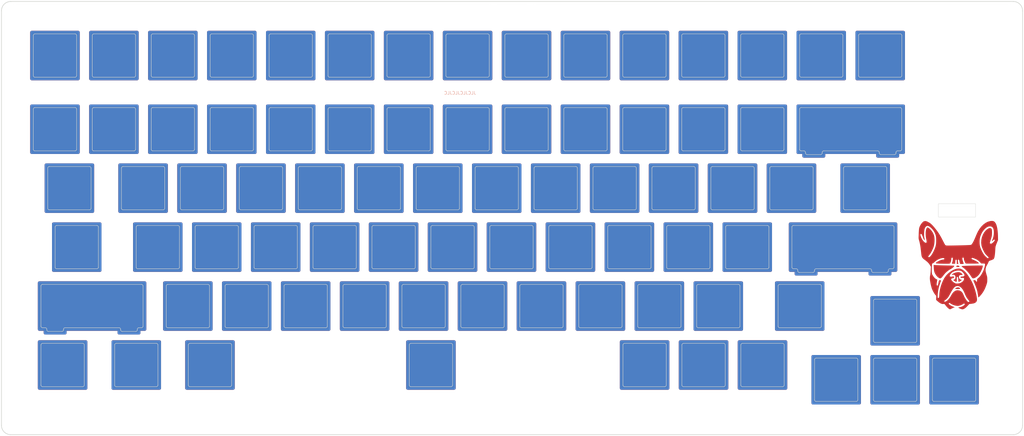
<source format=kicad_pcb>
(kicad_pcb (version 20211014) (generator pcbnew)
  (layers (0 "F.Cu" signal) (31 "B.Cu" signal) (34 "B.Paste" user) (35 "F.Paste" user) (36 "B.SilkS" user "B.Silkscreen") (37 "F.SilkS" user "F.Silkscreen") (38 "B.Mask" user) (39 "F.Mask" user) (44 "Edge.Cuts" user))
  (net 0 "")
  (footprint "pcb_as_plate:MX_Mask-1U-cutout" (layer "F.Cu") (at 282.2625 131.075)
    (fp_text reference "SW77" hide)
    (fp_text value "SW_SPST" hide)
    (fp_line (start -6.992 -6.492) (end -7 6.5) (layer "Edge.Cuts") (width 0.15))
    (fp_line (start 7 6.5) (end 7 -6.5) (layer "Edge.Cuts") (width 0.15))
    (fp_line (start -6.5 7) (end 6.5 7) (layer "Edge.Cuts") (width 0.15))
    (fp_line (start 6.5 -7) (end -6.492 -7) (layer "Edge.Cuts") (width 0.15))
    (fp_arc (start -6.992 -6.492) (mid -6.845553 -6.845553) (end -6.492 -6.992) (layer "Edge.Cuts") (width 0.15))
    (fp_arc (start -6.5 7) (mid -6.853553 6.853553) (end -7 6.5) (layer "Edge.Cuts") (width 0.15))
    (fp_arc (start 6.5 -7) (mid 6.853553 -6.853553) (end 7 -6.5) (layer "Edge.Cuts") (width 0.15))
    (fp_arc (start 7 6.5) (mid 6.853553 6.853553) (end 6.5 7) (layer "Edge.Cuts") (width 0.15))
    (pad "1" smd roundrect (at 0 0 180) (size 16 16) (layers "B.Cu" "B.Mask") (roundrect_rratio 0.03125))
    (pad "1" smd roundrect (at 0 0 180) (size 16 16) (layers "F.Cu" "F.Mask") (roundrect_rratio 0.03125))
  )
  (footprint "pcb_as_plate:MX_Mask-1U-cutout" (layer "F.Cu") (at 125.0375 50.1125)
    (fp_text reference "SW21" hide)
    (fp_text value "SW_SPST" hide)
    (fp_line (start 7 6.5) (end 7 -6.5) (layer "Edge.Cuts") (width 0.15))
    (fp_line (start 6.5 -7) (end -6.492 -7) (layer "Edge.Cuts") (width 0.15))
    (fp_line (start -6.5 7) (end 6.5 7) (layer "Edge.Cuts") (width 0.15))
    (fp_line (start -6.992 -6.492) (end -7 6.5) (layer "Edge.Cuts") (width 0.15))
    (fp_arc (start 6.5 -7) (mid 6.853553 -6.853553) (end 7 -6.5) (layer "Edge.Cuts") (width 0.15))
    (fp_arc (start -6.992 -6.492) (mid -6.845553 -6.845553) (end -6.492 -6.992) (layer "Edge.Cuts") (width 0.15))
    (fp_arc (start -6.5 7) (mid -6.853553 6.853553) (end -7 6.5) (layer "Edge.Cuts") (width 0.15))
    (fp_arc (start 7 6.5) (mid 6.853553 6.853553) (end 6.5 7) (layer "Edge.Cuts") (width 0.15))
    (pad "1" smd roundrect (at 0 0 180) (size 16 16) (layers "B.Cu" "B.Mask") (roundrect_rratio 0.03125))
    (pad "1" smd roundrect (at 0 0 180) (size 16 16) (layers "F.Cu" "F.Mask") (roundrect_rratio 0.03125))
  )
  (footprint "pcb_as_plate:MX_Mask-1U-cutout" (layer "F.Cu") (at 229.7125 69.1625)
    (fp_text reference "SW40" hide)
    (fp_text value "SW_SPST" hide)
    (fp_line (start -6.5 7) (end 6.5 7) (layer "Edge.Cuts") (width 0.15))
    (fp_line (start -6.992 -6.492) (end -7 6.5) (layer "Edge.Cuts") (width 0.15))
    (fp_line (start 6.5 -7) (end -6.492 -7) (layer "Edge.Cuts") (width 0.15))
    (fp_line (start 7 6.5) (end 7 -6.5) (layer "Edge.Cuts") (width 0.15))
    (fp_arc (start -6.5 7) (mid -6.853553 6.853553) (end -7 6.5) (layer "Edge.Cuts") (width 0.15))
    (fp_arc (start 6.5 -7) (mid 6.853553 -6.853553) (end 7 -6.5) (layer "Edge.Cuts") (width 0.15))
    (fp_arc (start 7 6.5) (mid 6.853553 6.853553) (end 6.5 7) (layer "Edge.Cuts") (width 0.15))
    (fp_arc (start -6.992 -6.492) (mid -6.845553 -6.845553) (end -6.492 -6.992) (layer "Edge.Cuts") (width 0.15))
    (pad "1" smd roundrect (at 0 0 180) (size 16 16) (layers "B.Cu" "B.Mask") (roundrect_rratio 0.03125))
    (pad "1" smd roundrect (at 0 0 180) (size 16 16) (layers "F.Cu" "F.Mask") (roundrect_rratio 0.03125))
  )
  (footprint "pcb_as_plate:MX_Mask-1U-cutout" (layer "F.Cu") (at 291.625 69.1625)
    (fp_text reference "SW43" hide)
    (fp_text value "SW_SPST" hide)
    (fp_line (start -6.5 7) (end 6.5 7) (layer "Edge.Cuts") (width 0.15))
    (fp_line (start 7 6.5) (end 7 -6.5) (layer "Edge.Cuts") (width 0.15))
    (fp_line (start 6.5 -7) (end -6.492 -7) (layer "Edge.Cuts") (width 0.15))
    (fp_line (start -6.992 -6.492) (end -7 6.5) (layer "Edge.Cuts") (width 0.15))
    (fp_arc (start 6.5 -7) (mid 6.853553 -6.853553) (end 7 -6.5) (layer "Edge.Cuts") (width 0.15))
    (fp_arc (start -6.992 -6.492) (mid -6.845553 -6.845553) (end -6.492 -6.992) (layer "Edge.Cuts") (width 0.15))
    (fp_arc (start -6.5 7) (mid -6.853553 6.853553) (end -7 6.5) (layer "Edge.Cuts") (width 0.15))
    (fp_arc (start 7 6.5) (mid 6.853553 6.853553) (end 6.5 7) (layer "Edge.Cuts") (width 0.15))
    (pad "1" smd roundrect (at 0 0 180) (size 16 16) (layers "F.Cu" "F.Mask") (roundrect_rratio 0.03125))
    (pad "1" smd roundrect (at 0 0 180) (size 16 16) (layers "B.Cu" "B.Mask") (roundrect_rratio 0.03125))
  )
  (footprint "pcb_as_plate:MX_FMask-2U-cutout" (layer "F.Cu") (at 284.48125 88.2125)
    (fp_text reference "SW56" hide)
    (fp_text value "SW_SPST" hide)
    (fp_line (start -15.125 7) (end -16.025 7) (layer "Edge.Cuts") (width 0.15))
    (fp_line (start 8.725 7) (end -8.725 7) (layer "Edge.Cuts") (width 0.15))
    (fp_line (start 16.475 6.5) (end 16.475 -6.5) (layer "Edge.Cuts") (width 0.15))
    (fp_line (start 16.024752 6.997519) (end 15.125 7) (layer "Edge.Cuts") (width 0.15))
    (fp_line (start 15.975 -7) (end -16.025 -7) (layer "Edge.Cuts") (width 0.15))
    (fp_line (start -14.125 8.2) (end -9.725 8.2) (layer "Edge.Cuts") (width 0.15))
    (fp_line (start -16.525 -6.5) (end -16.525 6.5) (layer "Edge.Cuts") (width 0.15))
    (fp_line (start 9.725 8.2) (end 14.125 8.2) (layer "Edge.Cuts") (width 0.15))
    (fp_line (start 9.225 7.5) (end 9.225 7.7) (layer "Edge.Cuts") (width 0.15))
    (fp_line (start 14.625 7.7) (end 14.625 7.5) (layer "Edge.Cuts") (width 0.15))
    (fp_line (start -14.625 7.5) (end -14.625 7.7) (layer "Edge.Cuts") (width 0.15))
    (fp_line (start -9.225 7.7) (end -9.225 7.5) (layer "Edge.Cuts") (width 0.15))
    (fp_arc (start 14.625 7.5) (mid 14.771447 7.146447) (end 15.125 7) (layer "Edge.Cuts") (width 0.15))
    (fp_arc (start -16.525 -6.5) (mid -16.378553 -6.853553) (end -16.025 -7) (layer "Edge.Cuts") (width 0.15))
    (fp_arc (start 8.725 7) (mid 9.078553 7.146447) (end 9.225 7.5) (layer "Edge.Cuts") (width 0.15))
    (fp_arc (start -15.125 7) (mid -14.771447 7.146447) (end -14.625 7.5) (layer "Edge.Cuts") (width 0.15))
    (fp_arc (start -14.125 8.2) (mid -14.478553 8.053553) (end -14.625 7.7) (layer "Edge.Cuts") (width 0.15))
    (fp_arc (start 16.475 6.5) (mid 16.345726 6.835503) (end 16.024752 6.997519) (layer "Edge.Cuts") (width 0.15))
    (fp_arc (start -16.025 7) (mid -16.378553 6.853553) (end -16.525 6.5) (layer "Edge.Cuts") (width 0.15))
    (fp_arc (start 15.975 -7) (mid 16.328553 -6.853553) (end 16.475 -6.5) (layer "Edge.Cuts") (width 0.15))
    (fp_arc (start -9.225 7.7) (mid -9.371447 8.053553) (end -9.725 8.2) (layer "Edge.Cuts") (width 0.15))
    (fp_arc (start 9.725 8.2) (mid 9.371447 8.053553) (end 9.225 7.7) (layer "Edge.Cuts") (width 0.15))
    (fp_arc (start -9.225 7.5) (mid -9.078553 7.146447) (end -8.725 7) (layer "Edge.Cuts") (width 0.15))
    (fp_arc (start 14.625 7.7) (mid 14.478553 8.053553) (end 14.125 8.2) (layer "Edge.Cuts") (width 0.15))
    (pad "1" smd roundrect (at -11.9375 1.5 180) (size 7.4 15.4) (layers "B.Cu" "B.Mask") (roundrect_rratio 0.06756756757))
    (pad "1" smd roundrect (at 11.9375 1.5 180) (size 7.4 15.4) (layers "F.Cu" "F.Mask") (roundrect_rratio 0.06756756757))
    (pad "1" smd roundrect (at 11.9375 1.5 180) (size 7.4 15.4) (layers "B.Cu" "B.Mask") (roundrect_rratio 0.06756756757))
    (pad "1" smd roundrect (at 0 0 180) (size 35.05 16) (layers "B.Cu" "B.Mask") (roundrect_rratio 0.03125))
    (pad "1" smd roundrect (at -11.9375 1.5 180) (size 7.4 15.4) (layers "F.Cu" "F.Mask") (roundrect_rratio 0.06756756757))
    (pad "1" smd roundrect (at 0 0 180) (size 35.05 16) (layers "F.Cu" "F.Mask") (roundrect_rratio 0.03125))
  )
  (footprint "pcb_as_plate:MX_Mask-1U-cutout" (layer "F.Cu") (at 225.1125 107.2625)
    (fp_text reference "SW66" hide)
    (fp_text value "SW_SPST" hide)
    (fp_line (start -6.5 7) (end 6.5 7) (layer "Edge.Cuts") (width 0.15))
    (fp_line (start 6.5 -7) (end -6.492 -7) (layer "Edge.Cuts") (width 0.15))
    (fp_line (start -6.992 -6.492) (end -7 6.5) (layer "Edge.Cuts") (width 0.15))
    (fp_line (start 7 6.5) (end 7 -6.5) (layer "Edge.Cuts") (width 0.15))
    (fp_arc (start -6.5 7) (mid -6.853553 6.853553) (end -7 6.5) (layer "Edge.Cuts") (width 0.15))
    (fp_arc (start 6.5 -7) (mid 6.853553 -6.853553) (end 7 -6.5) (layer "Edge.Cuts") (width 0.15))
    (fp_arc (start -6.992 -6.492) (mid -6.845553 -6.845553) (end -6.492 -6.992) (layer "Edge.Cuts") (width 0.15))
    (fp_arc (start 7 6.5) (mid 6.853553 6.853553) (end 6.5 7) (layer "Edge.Cuts") (width 0.15))
    (pad "1" smd roundrect (at 0 0 180) (size 16 16) (layers "B.Cu" "B.Mask") (roundrect_rratio 0.03125))
    (pad "1" smd roundrect (at 0 0 180) (size 16 16) (layers "F.Cu" "F.Mask") (roundrect_rratio 0.03125))
  )
  (footprint "pcb_as_plate:MX_Mask-1U-cutout" (layer "F.Cu") (at 258.3875 26.3)
    (fp_text reference "SW13" hide)
    (fp_text value "SW_SPST" hide)
    (fp_line (start 6.5 -7) (end -6.492 -7) (layer "Edge.Cuts") (width 0.15))
    (fp_line (start -6.992 -6.492) (end -7 6.5) (layer "Edge.Cuts") (width 0.15))
    (fp_line (start -6.5 7) (end 6.5 7) (layer "Edge.Cuts") (width 0.15))
    (fp_line (start 7 6.5) (end 7 -6.5) (layer "Edge.Cuts") (width 0.15))
    (fp_arc (start 7 6.5) (mid 6.853553 6.853553) (end 6.5 7) (layer "Edge.Cuts") (width 0.15))
    (fp_arc (start -6.992 -6.492) (mid -6.845553 -6.845553) (end -6.492 -6.992) (layer "Edge.Cuts") (width 0.15))
    (fp_arc (start -6.5 7) (mid -6.853553 6.853553) (end -7 6.5) (layer "Edge.Cuts") (width 0.15))
    (fp_arc (start 6.5 -7) (mid 6.853553 -6.853553) (end 7 -6.5) (layer "Edge.Cuts") (width 0.15))
    (pad "1" smd roundrect (at 0 0 180) (size 16 16) (layers "B.Cu" "B.Mask") (roundrect_rratio 0.03125))
    (pad "1" smd roundrect (at 0 0 180) (size 16 16) (layers "F.Cu" "F.Mask") (roundrect_rratio 0.03125))
  )
  (footprint "pcb_as_plate:MX_Mask-1U-cutout" (layer "F.Cu") (at 239.4 126.3125)
    (fp_text reference "SW75" hide)
    (fp_text value "SW_SPST" hide)
    (fp_line (start 7 6.5) (end 7 -6.5) (layer "Edge.Cuts") (width 0.15))
    (fp_line (start -6.992 -6.492) (end -7 6.5) (layer "Edge.Cuts") (width 0.15))
    (fp_line (start 6.5 -7) (end -6.492 -7) (layer "Edge.Cuts") (width 0.15))
    (fp_line (start -6.5 7) (end 6.5 7) (layer "Edge.Cuts") (width 0.15))
    (fp_arc (start -6.992 -6.492) (mid -6.845553 -6.845553) (end -6.492 -6.992) (layer "Edge.Cuts") (width 0.15))
    (fp_arc (start -6.5 7) (mid -6.853553 6.853553) (end -7 6.5) (layer "Edge.Cuts") (width 0.15))
    (fp_arc (start 6.5 -7) (mid 6.853553 -6.853553) (end 7 -6.5) (layer "Edge.Cuts") (width 0.15))
    (fp_arc (start 7 6.5) (mid 6.853553 6.853553) (end 6.5 7) (layer "Edge.Cuts") (width 0.15))
    (pad "1" smd roundrect (at 0 0 180) (size 16 16) (layers "F.Cu" "F.Mask") (roundrect_rratio 0.03125))
    (pad "1" smd roundrect (at 0 0 180) (size 16 16) (layers "B.Cu" "B.Mask") (roundrect_rratio 0.03125))
  )
  (footprint "pcb_as_plate:MX_Mask-1U-cutout" (layer "F.Cu") (at 36.83125 88.2125)
    (fp_text reference "SW44" hide)
    (fp_text value "SW_SPST" hide)
    (fp_line (start 7 6.5) (end 7 -6.5) (layer "Edge.Cuts") (width 0.15))
    (fp_line (start 6.5 -7) (end -6.492 -7) (layer "Edge.Cuts") (width 0.15))
    (fp_line (start -6.992 -6.492) (end -7 6.5) (layer "Edge.Cuts") (width 0.15))
    (fp_line (start -6.5 7) (end 6.5 7) (layer "Edge.Cuts") (width 0.15))
    (fp_arc (start -6.992 -6.492) (mid -6.845553 -6.845553) (end -6.492 -6.992) (layer "Edge.Cuts") (width 0.15))
    (fp_arc (start 7 6.5) (mid 6.853553 6.853553) (end 6.5 7) (layer "Edge.Cuts") (width 0.15))
    (fp_arc (start 6.5 -7) (mid 6.853553 -6.853553) (end 7 -6.5) (layer "Edge.Cuts") (width 0.15))
    (fp_arc (start -6.5 7) (mid -6.853553 6.853553) (end -7 6.5) (layer "Edge.Cuts") (width 0.15))
    (pad "1" smd roundrect (at 0 0 180) (size 16 16) (layers "F.Cu" "F.Mask") (roundrect_rratio 0.03125))
    (pad "1" smd roundrect (at 0 0 180) (size 16 16) (layers "B.Cu" "B.Mask") (roundrect_rratio 0.03125))
  )
  (footprint "_scott_lib:MountingHole_3.2mm_M3" (layer "F.Cu") (at 171.499999 11.825)
    (fp_text reference "REF**" hide)
    (fp_text value "M3 Hole" hide)
    (pad "" np_thru_hole circle (at 0 0) (size 3.2 3.2) (drill 3.2) (layers F&B.Cu *.Mask))
    (pad "" np_thru_hole circle (at 0 0) (size 3.2 3.2) (drill 3.2) (layers F&B.Cu *.Mask))
  )
  (footprint "pcb_as_plate:MX_Mask-1U-cutout" (layer "F.Cu") (at 177.325 88.2125)
    (fp_text reference "SW51" hide)
    (fp_text value "SW_SPST" hide)
    (fp_line (start 6.5 -7) (end -6.492 -7) (layer "Edge.Cuts") (width 0.15))
    (fp_line (start -6.992 -6.492) (end -7 6.5) (layer "Edge.Cuts") (width 0.15))
    (fp_line (start -6.5 7) (end 6.5 7) (layer "Edge.Cuts") (width 0.15))
    (fp_line (start 7 6.5) (end 7 -6.5) (layer "Edge.Cuts") (width 0.15))
    (fp_arc (start 6.5 -7) (mid 6.853553 -6.853553) (end 7 -6.5) (layer "Edge.Cuts") (width 0.15))
    (fp_arc (start 7 6.5) (mid 6.853553 6.853553) (end 6.5 7) (layer "Edge.Cuts") (width 0.15))
    (fp_arc (start -6.992 -6.492) (mid -6.845553 -6.845553) (end -6.492 -6.992) (layer "Edge.Cuts") (width 0.15))
    (fp_arc (start -6.5 7) (mid -6.853553 6.853553) (end -7 6.5) (layer "Edge.Cuts") (width 0.15))
    (pad "1" smd roundrect (at 0 0 180) (size 16 16) (layers "F.Cu" "F.Mask") (roundrect_rratio 0.03125))
    (pad "1" smd roundrect (at 0 0 180) (size 16 16) (layers "B.Cu" "B.Mask") (roundrect_rratio 0.03125))
  )
  (footprint "pcb_as_plate:MX_Mask-1U-cutout" (layer "F.Cu") (at 201.2375 26.3)
    (fp_text reference "SW10" hide)
    (fp_text value "SW_SPST" hide)
    (fp_line (start -6.992 -6.492) (end -7 6.5) (layer "Edge.Cuts") (width 0.15))
    (fp_line (start -6.5 7) (end 6.5 7) (layer "Edge.Cuts") (width 0.15))
    (fp_line (start 6.5 -7) (end -6.492 -7) (layer "Edge.Cuts") (width 0.15))
    (fp_line (start 7 6.5) (end 7 -6.5) (layer "Edge.Cuts") (width 0.15))
    (fp_arc (start 7 6.5) (mid 6.853553 6.853553) (end 6.5 7) (layer "Edge.Cuts") (width 0.15))
    (fp_arc (start -6.5 7) (mid -6.853553 6.853553) (end -7 6.5) (layer "Edge.Cuts") (width 0.15))
    (fp_arc (start -6.992 -6.492) (mid -6.845553 -6.845553) (end -6.492 -6.992) (layer "Edge.Cuts") (width 0.15))
    (fp_arc (start 6.5 -7) (mid 6.853553 -6.853553) (end 7 -6.5) (layer "Edge.Cuts") (width 0.15))
    (pad "1" smd roundrect (at 0 0 180) (size 16 16) (layers "F.Cu" "F.Mask") (roundrect_rratio 0.03125))
    (pad "1" smd roundrect (at 0 0 180) (size 16 16) (layers "B.Cu" "B.Mask") (roundrect_rratio 0.03125))
  )
  (footprint "pcb_as_plate:MX_Mask-1U-cutout" (layer "F.Cu") (at 270.48125 107.2625)
    (fp_text reference "SW68" hide)
    (fp_text value "SW_SPST" hide)
    (fp_line (start 7 6.5) (end 7 -6.5) (layer "Edge.Cuts") (width 0.15))
    (fp_line (start 6.5 -7) (end -6.492 -7) (layer "Edge.Cuts") (width 0.15))
    (fp_line (start -6.5 7) (end 6.5 7) (layer "Edge.Cuts") (width 0.15))
    (fp_line (start -6.992 -6.492) (end -7 6.5) (layer "Edge.Cuts") (width 0.15))
    (fp_arc (start 7 6.5) (mid 6.853553 6.853553) (end 6.5 7) (layer "Edge.Cuts") (width 0.15))
    (fp_arc (start -6.992 -6.492) (mid -6.845553 -6.845553) (end -6.492 -6.992) (layer "Edge.Cuts") (width 0.15))
    (fp_arc (start -6.5 7) (mid -6.853553 6.853553) (end -7 6.5) (layer "Edge.Cuts") (width 0.15))
    (fp_arc (start 6.5 -7) (mid 6.853553 -6.853553) (end 7 -6.5) (layer "Edge.Cuts") (width 0.15))
    (pad "1" smd roundrect (at 0 0 180) (size 16 16) (layers "F.Cu" "F.Mask") (roundrect_rratio 0.03125))
    (pad "1" smd roundrect (at 0 0 180) (size 16 16) (layers "B.Cu" "B.Mask") (roundrect_rratio 0.03125))
  )
  (footprint "pcb_as_plate:MX_Mask-1U-cutout" (layer "F.Cu") (at 220.2875 50.1125)
    (fp_text reference "SW26" hide)
    (fp_text value "SW_SPST" hide)
    (fp_line (start 6.5 -7) (end -6.492 -7) (layer "Edge.Cuts") (width 0.15))
    (fp_line (start -6.5 7) (end 6.5 7) (layer "Edge.Cuts") (width 0.15))
    (fp_line (start 7 6.5) (end 7 -6.5) (layer "Edge.Cuts") (width 0.15))
    (fp_line (start -6.992 -6.492) (end -7 6.5) (layer "Edge.Cuts") (width 0.15))
    (fp_arc (start -6.992 -6.492) (mid -6.845553 -6.845553) (end -6.492 -6.992) (layer "Edge.Cuts") (width 0.15))
    (fp_arc (start 7 6.5) (mid 6.853553 6.853553) (end 6.5 7) (layer "Edge.Cuts") (width 0.15))
    (fp_arc (start -6.5 7) (mid -6.853553 6.853553) (end -7 6.5) (layer "Edge.Cuts") (width 0.15))
    (fp_arc (start 6.5 -7) (mid 6.853553 -6.853553) (end 7 -6.5) (layer "Edge.Cuts") (width 0.15))
    (pad "1" smd roundrect (at 0 0 180) (size 16 16) (layers "F.Cu" "F.Mask") (roundrect_rratio 0.03125))
    (pad "1" smd roundrect (at 0 0 180) (size 16 16) (layers "B.Cu" "B.Mask") (roundrect_rratio 0.03125))
  )
  (footprint "pcb_as_plate:MX_Mask-1U-cutout" (layer "F.Cu") (at 91.7625 107.2625)
    (fp_text reference "SW59" hide)
    (fp_text value "SW_SPST" hide)
    (fp_line (start 7 6.5) (end 7 -6.5) (layer "Edge.Cuts") (width 0.15))
    (fp_line (start 6.5 -7) (end -6.492 -7) (layer "Edge.Cuts") (width 0.15))
    (fp_line (start -6.992 -6.492) (end -7 6.5) (layer "Edge.Cuts") (width 0.15))
    (fp_line (start -6.5 7) (end 6.5 7) (layer "Edge.Cuts") (width 0.15))
    (fp_arc (start -6.992 -6.492) (mid -6.845553 -6.845553) (end -6.492 -6.992) (layer "Edge.Cuts") (width 0.15))
    (fp_arc (start 6.5 -7) (mid 6.853553 -6.853553) (end 7 -6.5) (layer "Edge.Cuts") (width 0.15))
    (fp_arc (start -6.5 7) (mid -6.853553 6.853553) (end -7 6.5) (layer "Edge.Cuts") (width 0.15))
    (fp_arc (start 7 6.5) (mid 6.853553 6.853553) (end 6.5 7) (layer "Edge.Cuts") (width 0.15))
    (pad "1" smd roundrect (at 0 0 180) (size 16 16) (layers "B.Cu" "B.Mask") (roundrect_rratio 0.03125))
    (pad "1" smd roundrect (at 0 0 180) (size 16 16) (layers "F.Cu" "F.Mask") (roundrect_rratio 0.03125))
  )
  (footprint "pcb_as_plate:MX_Mask-1U-cutout" (layer "F.Cu") (at 139.225 88.2125)
    (fp_text reference "SW49" hide)
    (fp_text value "SW_SPST" hide)
    (fp_line (start 7 6.5) (end 7 -6.5) (layer "Edge.Cuts") (width 0.15))
    (fp_line (start -6.992 -6.492) (end -7 6.5) (layer "Edge.Cuts") (width 0.15))
    (fp_line (start 6.5 -7) (end -6.492 -7) (layer "Edge.Cuts") (width 0.15))
    (fp_line (start -6.5 7) (end 6.5 7) (layer "Edge.Cuts") (width 0.15))
    (fp_arc (start -6.992 -6.492) (mid -6.845553 -6.845553) (end -6.492 -6.992) (layer "Edge.Cuts") (width 0.15))
    (fp_arc (start 6.5 -7) (mid 6.853553 -6.853553) (end 7 -6.5) (layer "Edge.Cuts") (width 0.15))
    (fp_arc (start 7 6.5) (mid 6.853553 6.853553) (end 6.5 7) (layer "Edge.Cuts") (width 0.15))
    (fp_arc (start -6.5 7) (mid -6.853553 6.853553) (end -7 6.5) (layer "Edge.Cuts") (width 0.15))
    (pad "1" smd roundrect (at 0 0 180) (size 16 16) (layers "F.Cu" "F.Mask") (roundrect_rratio 0.03125))
    (pad "1" smd roundrect (at 0 0 180) (size 16 16) (layers "B.Cu" "B.Mask") (roundrect_rratio 0.03125))
  )
  (footprint "pcb_as_plate:MX_Mask-1U-cutout" (layer "F.Cu") (at 77.3125 69.1625)
    (fp_text reference "SW32" hide)
    (fp_text value "SW_SPST" hide)
    (fp_line (start -6.992 -6.492) (end -7 6.5) (layer "Edge.Cuts") (width 0.15))
    (fp_line (start 6.5 -7) (end -6.492 -7) (layer "Edge.Cuts") (width 0.15))
    (fp_line (start -6.5 7) (end 6.5 7) (layer "Edge.Cuts") (width 0.15))
    (fp_line (start 7 6.5) (end 7 -6.5) (layer "Edge.Cuts") (width 0.15))
    (fp_arc (start -6.5 7) (mid -6.853553 6.853553) (end -7 6.5) (layer "Edge.Cuts") (width 0.15))
    (fp_arc (start 7 6.5) (mid 6.853553 6.853553) (end 6.5 7) (layer "Edge.Cuts") (width 0.15))
    (fp_arc (start -6.992 -6.492) (mid -6.845553 -6.845553) (end -6.492 -6.992) (layer "Edge.Cuts") (width 0.15))
    (fp_arc (start 6.5 -7) (mid 6.853553 -6.853553) (end 7 -6.5) (layer "Edge.Cuts") (width 0.15))
    (pad "1" smd roundrect (at 0 0 180) (size 16 16) (layers "F.Cu" "F.Mask") (roundrect_rratio 0.03125))
    (pad "1" smd roundrect (at 0 0 180) (size 16 16) (layers "B.Cu" "B.Mask") (roundrect_rratio 0.03125))
  )
  (footprint "pcb_as_plate:MX_Mask-1U-cutout" (layer "F.Cu") (at 86.9375 26.3)
    (fp_text reference "SW4" hide)
    (fp_text value "SW_SPST" hide)
    (fp_line (start -6.992 -6.492) (end -7 6.5) (layer "Edge.Cuts") (width 0.15))
    (fp_line (start 7 6.5) (end 7 -6.5) (layer "Edge.Cuts") (width 0.15))
    (fp_line (start 6.5 -7) (end -6.492 -7) (layer "Edge.Cuts") (width 0.15))
    (fp_line (start -6.5 7) (end 6.5 7) (layer "Edge.Cuts") (width 0.15))
    (fp_arc (start 6.5 -7) (mid 6.853553 -6.853553) (end 7 -6.5) (layer "Edge.Cuts") (width 0.15))
    (fp_arc (start -6.992 -6.492) (mid -6.845553 -6.845553) (end -6.492 -6.992) (layer "Edge.Cuts") (width 0.15))
    (fp_arc (start 7 6.5) (mid 6.853553 6.853553) (end 6.5 7) (layer "Edge.Cuts") (width 0.15))
    (fp_arc (start -6.5 7) (mid -6.853553 6.853553) (end -7 6.5) (layer "Edge.Cuts") (width 0.15))
    (pad "1" smd roundrect (at 0 0 180) (size 16 16) (layers "F.Cu" "F.Mask") (roundrect_rratio 0.03125))
    (pad "1" smd roundrect (at 0 0 180) (size 16 16) (layers "B.Cu" "B.Mask") (roundrect_rratio 0.03125))
  )
  (footprint "pcb_as_plate:MX_Mask-1U-cutout" (layer "F.Cu") (at 129.8625 107.2625)
    (fp_text reference "SW61" hide)
    (fp_text value "SW_SPST" hide)
    (fp_line (start 6.5 -7) (end -6.492 -7) (layer "Edge.Cuts") (width 0.15))
    (fp_line (start 7 6.5) (end 7 -6.5) (layer "Edge.Cuts") (width 0.15))
    (fp_line (start -6.992 -6.492) (end -7 6.5) (layer "Edge.Cuts") (width 0.15))
    (fp_line (start -6.5 7) (end 6.5 7) (layer "Edge.Cuts") (width 0.15))
    (fp_arc (start 7 6.5) (mid 6.853553 6.853553) (end 6.5 7) (layer "Edge.Cuts") (width 0.15))
    (fp_arc (start -6.992 -6.492) (mid -6.845553 -6.845553) (end -6.492 -6.992) (layer "Edge.Cuts") (width 0.15))
    (fp_arc (start -6.5 7) (mid -6.853553 6.853553) (end -7 6.5) (layer "Edge.Cuts") (width 0.15))
    (fp_arc (start 6.5 -7) (mid 6.853553 -6.853553) (end 7 -6.5) (layer "Edge.Cuts") (width 0.15))
    (pad "1" smd roundrect (at 0 0 180) (size 16 16) (layers "B.Cu" "B.Mask") (roundrect_rratio 0.03125))
    (pad "1" smd roundrect (at 0 0 180) (size 16 16) (layers "F.Cu" "F.Mask") (roundrect_rratio 0.03125))
  )
  (footprint "pcb_as_plate:MX_Mask-1U-cutout" (layer "F.Cu") (at 120.175 88.2125)
    (fp_text reference "SW48" hide)
    (fp_text value "SW_SPST" hide)
    (fp_line (start 7 6.5) (end 7 -6.5) (layer "Edge.Cuts") (width 0.15))
    (fp_line (start -6.5 7) (end 6.5 7) (layer "Edge.Cuts") (width 0.15))
    (fp_line (start -6.992 -6.492) (end -7 6.5) (layer "Edge.Cuts") (width 0.15))
    (fp_line (start 6.5 -7) (end -6.492 -7) (layer "Edge.Cuts") (width 0.15))
    (fp_arc (start -6.5 7) (mid -6.853553 6.853553) (end -7 6.5) (layer "Edge.Cuts") (width 0.15))
    (fp_arc (start -6.992 -6.492) (mid -6.845553 -6.845553) (end -6.492 -6.992) (layer "Edge.Cuts") (width 0.15))
    (fp_arc (start 7 6.5) (mid 6.853553 6.853553) (end 6.5 7) (layer "Edge.Cuts") (width 0.15))
    (fp_arc (start 6.5 -7) (mid 6.853553 -6.853553) (end 7 -6.5) (layer "Edge.Cuts") (width 0.15))
    (pad "1" smd roundrect (at 0 0 180) (size 16 16) (layers "B.Cu" "B.Mask") (roundrect_rratio 0.03125))
    (pad "1" smd roundrect (at 0 0 180) (size 16 16) (layers "F.Cu" "F.Mask") (roundrect_rratio 0.03125))
  )
  (footprint "pcb_as_plate:MX_Mask-1U-cutout" (layer "F.Cu") (at 210.6625 69.1625)
    (fp_text reference "SW39" hide)
    (fp_text value "SW_SPST" hide)
    (fp_line (start -6.5 7) (end 6.5 7) (layer "Edge.Cuts") (width 0.15))
    (fp_line (start -6.992 -6.492) (end -7 6.5) (layer "Edge.Cuts") (width 0.15))
    (fp_line (start 7 6.5) (end 7 -6.5) (layer "Edge.Cuts") (width 0.15))
    (fp_line (start 6.5 -7) (end -6.492 -7) (layer "Edge.Cuts") (width 0.15))
    (fp_arc (start -6.992 -6.492) (mid -6.845553 -6.845553) (end -6.492 -6.992) (layer "Edge.Cuts") (width 0.15))
    (fp_arc (start 7 6.5) (mid 6.853553 6.853553) (end 6.5 7) (layer "Edge.Cuts") (width 0.15))
    (fp_arc (start -6.5 7) (mid -6.853553 6.853553) (end -7 6.5) (layer "Edge.Cuts") (width 0.15))
    (fp_arc (start 6.5 -7) (mid 6.853553 -6.853553) (end 7 -6.5) (layer "Edge.Cuts") (width 0.15))
    (pad "1" smd roundrect (at 0 0 180) (size 16 16) (layers "F.Cu" "F.Mask") (roundrect_rratio 0.03125))
    (pad "1" smd roundrect (at 0 0 180) (size 16 16) (layers "B.Cu" "B.Mask") (roundrect_rratio 0.03125))
  )
  (footprint "pcb_as_plate:MX_Mask-1U-cutout" (layer "F.Cu") (at 163.1375 26.3)
    (fp_text reference "SW8" hide)
    (fp_text value "SW_SPST" hide)
    (fp_line (start 6.5 -7) (end -6.492 -7) (layer "Edge.Cuts") (width 0.15))
    (fp_line (start 7 6.5) (end 7 -6.5) (layer "Edge.Cuts") (width 0.15))
    (fp_line (start -6.5 7) (end 6.5 7) (layer "Edge.Cuts") (width 0.15))
    (fp_line (start -6.992 -6.492) (end -7 6.5) (layer "Edge.Cuts") (width 0.15))
    (fp_arc (start -6.5 7) (mid -6.853553 6.853553) (end -7 6.5) (layer "Edge.Cuts") (width 0.15))
    (fp_arc (start 6.5 -7) (mid 6.853553 -6.853553) (end 7 -6.5) (layer "Edge.Cuts") (width 0.15))
    (fp_arc (start -6.992 -6.492) (mid -6.845553 -6.845553) (end -6.492 -6.992) (layer "Edge.Cuts") (width 0.15))
    (fp_arc (start 7 6.5) (mid 6.853553 6.853553) (end 6.5 7) (layer "Edge.Cuts") (width 0.15))
    (pad "1" smd roundrect (at 0 0 180) (size 16 16) (layers "B.Cu" "B.Mask") (roundrect_rratio 0.03125))
    (pad "1" smd roundrect (at 0 0 180) (size 16 16) (layers "F.Cu" "F.Mask") (roundrect_rratio 0.03125))
  )
  (footprint "pcb_as_plate:MX_Mask-1U-cutout" (layer "F.Cu") (at 258.45 126.3125)
    (fp_text reference "SW76" hide)
    (fp_text value "SW_SPST" hide)
    (fp_line (start 7 6.5) (end 7 -6.5) (layer "Edge.Cuts") (width 0.15))
    (fp_line (start -6.992 -6.492) (end -7 6.5) (layer "Edge.Cuts") (width 0.15))
    (fp_line (start 6.5 -7) (end -6.492 -7) (layer "Edge.Cuts") (width 0.15))
    (fp_line (start -6.5 7) (end 6.5 7) (layer "Edge.Cuts") (width 0.15))
    (fp_arc (start 6.5 -7) (mid 6.853553 -6.853553) (end 7 -6.5) (layer "Edge.Cuts") (width 0.15))
    (fp_arc (start -6.5 7) (mid -6.853553 6.853553) (end -7 6.5) (layer "Edge.Cuts") (width 0.15))
    (fp_arc (start 7 6.5) (mid 6.853553 6.853553) (end 6.5 7) (layer "Edge.Cuts") (width 0.15))
    (fp_arc (start -6.992 -6.492) (mid -6.845553 -6.845553) (end -6.492 -6.992) (layer "Edge.Cuts") (width 0.15))
    (pad "1" smd roundrect (at 0 0 180) (size 16 16) (layers "F.Cu" "F.Mask") (roundrect_rratio 0.03125))
    (pad "1" smd roundrect (at 0 0 180) (size 16 16) (layers "B.Cu" "B.Mask") (roundrect_rratio 0.03125))
  )
  (footprint "pcb_as_plate:MX_Mask-1U-cutout" (layer "F.Cu") (at 220.35 126.3125)
    (fp_text reference "SW74" hide)
    (fp_text value "SW_SPST" hide)
    (fp_line (start 7 6.5) (end 7 -6.5) (layer "Edge.Cuts") (width 0.15))
    (fp_line (start -6.992 -6.492) (end -7 6.5) (layer "Edge.Cuts") (width 0.15))
    (fp_line (start 6.5 -7) (end -6.492 -7) (layer "Edge.Cuts") (width 0.15))
    (fp_line (start -6.5 7) (end 6.5 7) (layer "Edge.Cuts") (width 0.15))
    (fp_arc (start -6.5 7) (mid -6.853553 6.853553) (end -7 6.5) (layer "Edge.Cuts") (width 0.15))
    (fp_arc (start 7 6.5) (mid 6.853553 6.853553) (end 6.5 7) (layer "Edge.Cuts") (width 0.15))
    (fp_arc (start -6.992 -6.492) (mid -6.845553 -6.845553) (end -6.492 -6.992) (layer "Edge.Cuts") (width 0.15))
    (fp_arc (start 6.5 -7) (mid 6.853553 -6.853553) (end 7 -6.5) (layer "Edge.Cuts") (width 0.15))
    (pad "1" smd roundrect (at 0 0 180) (size 16 16) (layers "B.Cu" "B.Mask") (roundrect_rratio 0.03125))
    (pad "1" smd roundrect (at 0 0 180) (size 16 16) (layers "F.Cu" "F.Mask") (roundrect_rratio 0.03125))
  )
  (footprint "pcb_as_plate:MX_Mask-1U-cutout" (layer "F.Cu") (at 115.4125 69.1625)
    (fp_text reference "SW34" hide)
    (fp_text value "SW_SPST" hide)
    (fp_line (start -6.992 -6.492) (end -7 6.5) (layer "Edge.Cuts") (width 0.15))
    (fp_line (start 6.5 -7) (end -6.492 -7) (layer "Edge.Cuts") (width 0.15))
    (fp_line (start 7 6.5) (end 7 -6.5) (layer "Edge.Cuts") (width 0.15))
    (fp_line (start -6.5 7) (end 6.5 7) (layer "Edge.Cuts") (width 0.15))
    (fp_arc (start 7 6.5) (mid 6.853553 6.853553) (end 6.5 7) (layer "Edge.Cuts") (width 0.15))
    (fp_arc (start 6.5 -7) (mid 6.853553 -6.853553) (end 7 -6.5) (layer "Edge.Cuts") (width 0.15))
    (fp_arc (start -6.5 7) (mid -6.853553 6.853553) (end -7 6.5) (layer "Edge.Cuts") (width 0.15))
    (fp_arc (start -6.992 -6.492) (mid -6.845553 -6.845553) (end -6.492 -6.992) (layer "Edge.Cuts") (width 0.15))
    (pad "1" smd roundrect (at 0 0 180) (size 16 16) (layers "B.Cu" "B.Mask") (roundrect_rratio 0.03125))
    (pad "1" smd roundrect (at 0 0 180) (size 16 16) (layers "F.Cu" "F.Mask") (roundrect_rratio 0.03125))
  )
  (footprint "pcb_as_plate:MX_Mask-1U-cutout" (layer "F.Cu") (at 144.0875 50.1125)
    (fp_text reference "SW22" hide)
    (fp_text value "SW_SPST" hide)
    (fp_line (start -6.5 7) (end 6.5 7) (layer "Edge.Cuts") (width 0.15))
    (fp_line (start -6.992 -6.492) (end -7 6.5) (layer "Edge.Cuts") (width 0.15))
    (fp_line (start 6.5 -7) (end -6.492 -7) (layer "Edge.Cuts") (width 0.15))
    (fp_line (start 7 6.5) (end 7 -6.5) (layer "Edge.Cuts") (width 0.15))
    (fp_arc (start -6.992 -6.492) (mid -6.845553 -6.845553) (end -6.492 -6.992) (layer "Edge.Cuts") (width 0.15))
    (fp_arc (start 6.5 -7) (mid 6.853553 -6.853553) (end 7 -6.5) (layer "Edge.Cuts") (width 0.15))
    (fp_arc (start 7 6.5) (mid 6.853553 6.853553) (end 6.5 7) (layer "Edge.Cuts") (width 0.15))
    (fp_arc (start -6.5 7) (mid -6.853553 6.853553) (end -7 6.5) (layer "Edge.Cuts") (width 0.15))
    (pad "1" smd roundrect (at 0 0 180) (size 16 16) (layers "B.Cu" "B.Mask") (roundrect_rratio 0.03125))
    (pad "1" smd roundrect (at 0 0 180) (size 16 16) (layers "F.Cu" "F.Mask") (roundrect_rratio 0.03125))
  )
  (footprint "pcb_as_plate:MX_Mask-1U-cutout" (layer "F.Cu") (at 29.7875 26.3)
    (fp_text reference "SW1" hide)
    (fp_text value "SW_SPST" hide)
    (fp_line (start -6.5 7) (end 6.5 7) (layer "Edge.Cuts") (width 0.15))
    (fp_line (start 6.5 -7) (end -6.492 -7) (layer "Edge.Cuts") (width 0.15))
    (fp_line (start 7 6.5) (end 7 -6.5) (layer "Edge.Cuts") (width 0.15))
    (fp_line (start -6.992 -6.492) (end -7 6.5) (layer "Edge.Cuts") (width 0.15))
    (fp_arc (start -6.992 -6.492) (mid -6.845553 -6.845553) (end -6.492 -6.992) (layer "Edge.Cuts") (width 0.15))
    (fp_arc (start 7 6.5) (mid 6.853553 6.853553) (end 6.5 7) (layer "Edge.Cuts") (width 0.15))
    (fp_arc (start 6.5 -7) (mid 6.853553 -6.853553) (end 7 -6.5) (layer "Edge.Cuts") (width 0.15))
    (fp_arc (start -6.5 7) (mid -6.853553 6.853553) (end -7 6.5) (layer "Edge.Cuts") (width 0.15))
    (pad "1" smd roundrect (at 0 0 180) (size 16 16) (layers "B.Cu" "B.Mask") (roundrect_rratio 0.03125))
    (pad "1" smd roundrect (at 0 0 180) (size 16 16) (layers "F.Cu" "F.Mask") (roundrect_rratio 0.03125))
  )
  (footprint "pcb_as_plate:MX_Mask-1U-cutout" (layer "F.Cu") (at 153.5125 69.1625)
    (fp_text reference "SW36" hide)
    (fp_text value "SW_SPST" hide)
    (fp_line (start 6.5 -7) (end -6.492 -7) (layer "Edge.Cuts") (width 0.15))
    (fp_line (start 7 6.5) (end 7 -6.5) (layer "Edge.Cuts") (width 0.15))
    (fp_line (start -6.5 7) (end 6.5 7) (layer "Edge.Cuts") (width 0.15))
    (fp_line (start -6.992 -6.492) (end -7 6.5) (layer "Edge.Cuts") (width 0.15))
    (fp_arc (start -6.992 -6.492) (mid -6.845553 -6.845553) (end -6.492 -6.992) (layer "Edge.Cuts") (width 0.15))
    (fp_arc (start 6.5 -7) (mid 6.853553 -6.853553) (end 7 -6.5) (layer "Edge.Cuts") (width 0.15))
    (fp_arc (start -6.5 7) (mid -6.853553 6.853553) (end -7 6.5) (layer "Edge.Cuts") (width 0.15))
    (fp_arc (start 7 6.5) (mid 6.853553 6.853553) (end 6.5 7) (layer "Edge.Cuts") (width 0.15))
    (pad "1" smd roundrect (at 0 0 180) (size 16 16) (layers "B.Cu" "B.Mask") (roundrect_rratio 0.03125))
    (pad "1" smd roundrect (at 0 0 180) (size 16 16) (layers "F.Cu" "F.Mask") (roundrect_rratio 0.03125))
  )
  (footprint "pcb_as_plate:MX_Mask-1U-cutout" (layer "F.Cu") (at 253.525 88.2125)
    (fp_text reference "SW55" hide)
    (fp_text value "SW_SPST" hide)
    (fp_line (start -6.5 7) (end 6.5 7) (layer "Edge.Cuts") (width 0.15))
    (fp_line (start -6.992 -6.492) (end -7 6.5) (layer "Edge.Cuts") (width 0.15))
    (fp_line (start 7 6.5) (end 7 -6.5) (layer "Edge.Cuts") (width 0.15))
    (fp_line (start 6.5 -7) (end -6.492 -7) (layer "Edge.Cuts") (width 0.15))
    (fp_arc (start -6.992 -6.492) (mid -6.845553 -6.845553) (end -6.492 -6.992) (layer "Edge.Cuts") (width 0.15))
    (fp_arc (start -6.5 7) (mid -6.853553 6.853553) (end -7 6.5) (layer "Edge.Cuts") (width 0.15))
    (fp_arc (start 7 6.5) (mid 6.853553 6.853553) (end 6.5 7) (layer "Edge.Cuts") (width 0.15))
    (fp_arc (start 6.5 -7) (mid 6.853553 -6.853553) (end 7 -6.5) (layer "Edge.Cuts") (width 0.15))
    (pad "1" smd roundrect (at 0 0 180) (size 16 16) (layers "B.Cu" "B.Mask") (roundrect_rratio 0.03125))
    (pad "1" smd roundrect (at 0 0 180) (size 16 16) (layers "F.Cu" "F.Mask") (roundrect_rratio 0.03125))
  )
  (footprint "pcb_as_plate:MX_Mask-1U-cutout" (layer "F.Cu") (at 206.0625 107.2625)
    (fp_text reference "SW65" hide)
    (fp_text value "SW_SPST" hide)
    (fp_line (start -6.5 7) (end 6.5 7) (layer "Edge.Cuts") (width 0.15))
    (fp_line (start -6.992 -6.492) (end -7 6.5) (layer "Edge.Cuts") (width 0.15))
    (fp_line (start 6.5 -7) (end -6.492 -7) (layer "Edge.Cuts") (width 0.15))
    (fp_line (start 7 6.5) (end 7 -6.5) (layer "Edge.Cuts") (width 0.15))
    (fp_arc (start 6.5 -7) (mid 6.853553 -6.853553) (end 7 -6.5) (layer "Edge.Cuts") (width 0.15))
    (fp_arc (start -6.992 -6.492) (mid -6.845553 -6.845553) (end -6.492 -6.992) (layer "Edge.Cuts") (width 0.15))
    (fp_arc (start 7 6.5) (mid 6.853553 6.853553) (end 6.5 7) (layer "Edge.Cuts") (width 0.15))
    (fp_arc (start -6.5 7) (mid -6.853553 6.853553) (end -7 6.5) (layer "Edge.Cuts") (width 0.15))
    (pad "1" smd roundrect (at 0 0 180) (size 16 16) (layers "F.Cu" "F.Mask") (roundrect_rratio 0.03125))
    (pad "1" smd roundrect (at 0 0 180) (size 16 16) (layers "B.Cu" "B.Mask") (roundrect_rratio 0.03125))
  )
  (footprint "pcb_as_plate:MX_Mask-1U-cutout" (layer "F.Cu") (at 151.29375 126.3125)
    (fp_text reference "SW73" hide)
    (fp_text value "SW_SPST" hide)
    (fp_line (start -6.5 7) (end 6.5 7) (layer "Edge.Cuts") (width 0.15))
    (fp_line (start 7 6.5) (end 7 -6.5) (layer "Edge.Cuts") (width 0.15))
    (fp_line (start 6.5 -7) (end -6.492 -7) (layer "Edge.Cuts") (width 0.15))
    (fp_line (start -6.992 -6.492) (end -7 6.5) (layer "Edge.Cuts") (width 0.15))
    (fp_arc (start 6.5 -7) (mid 6.853553 -6.853553) (end 7 -6.5) (layer "Edge.Cuts") (width 0.15))
    (fp_arc (start 7 6.5) (mid 6.853553 6.853553) (end 6.5 7) (layer "Edge.Cuts") (width 0.15))
    (fp_arc (start -6.5 7) (mid -6.853553 6.853553) (end -7 6.5) (layer "Edge.Cuts") (width 0.15))
    (fp_arc (start -6.992 -6.492) (mid -6.845553 -6.845553) (end -6.492 -6.992) (layer "Edge.Cuts") (width 0.15))
    (pad "1" smd roundrect (at 0 0 180) (size 16 16) (layers "B.Cu" "B.Mask") (roundrect_rratio 0.03125))
    (pad "1" smd roundrect (at 0 0 180) (size 16 16) (layers "F.Cu" "F.Mask") (roundrect_rratio 0.03125))
  )
  (footprint "pcb_as_plate:MX_Mask-1U-cutout" (layer "F.Cu") (at 86.9375 50.1125)
    (fp_text reference "SW19" hide)
    (fp_text value "SW_SPST" hide)
    (fp_line (start -6.992 -6.492) (end -7 6.5) (layer "Edge.Cuts") (width 0.15))
    (fp_line (start -6.5 7) (end 6.5 7) (layer "Edge.Cuts") (width 0.15))
    (fp_line (start 6.5 -7) (end -6.492 -7) (layer "Edge.Cuts") (width 0.15))
    (fp_line (start 7 6.5) (end 7 -6.5) (layer "Edge.Cuts") (width 0.15))
    (fp_arc (start 7 6.5) (mid 6.853553 6.853553) (end 6.5 7) (layer "Edge.Cuts") (width 0.15))
    (fp_arc (start -6.992 -6.492) (mid -6.845553 -6.845553) (end -6.492 -6.992) (layer "Edge.Cuts") (width 0.15))
    (fp_arc (start 6.5 -7) (mid 6.853553 -6.853553) (end 7 -6.5) (layer "Edge.Cuts") (width 0.15))
    (fp_arc (start -6.5 7) (mid -6.853553 6.853553) (end -7 6.5) (layer "Edge.Cuts") (width 0.15))
    (pad "1" smd roundrect (at 0 0 180) (size 16 16) (layers "B.Cu" "B.Mask") (roundrect_rratio 0.03125))
    (pad "1" smd roundrect (at 0 0 180) (size 16 16) (layers "F.Cu" "F.Mask") (roundrect_rratio 0.03125))
  )
  (footprint "pcb_as_plate:MX_Mask-1U-cutout" (layer "F.Cu") (at 220.2875 26.3)
    (fp_text reference "SW11" hide)
    (fp_text value "SW_SPST" hide)
    (fp_line (start -6.992 -6.492) (end -7 6.5) (layer "Edge.Cuts") (width 0.15))
    (fp_line (start 7 6.5) (end 7 -6.5) (layer "Edge.Cuts") (width 0.15))
    (fp_line (start -6.5 7) (end 6.5 7) (layer "Edge.Cuts") (width 0.15))
    (fp_line (start 6.5 -7) (end -6.492 -7) (layer "Edge.Cuts") (width 0.15))
    (fp_arc (start 7 6.5) (mid 6.853553 6.853553) (end 6.5 7) (layer "Edge.Cuts") (width 0.15))
    (fp_arc (start -6.992 -6.492) (mid -6.845553 -6.845553) (end -6.492 -6.992) (layer "Edge.Cuts") (width 0.15))
    (fp_arc (start 6.5 -7) (mid 6.853553 -6.853553) (end 7 -6.5) (layer "Edge.Cuts") (width 0.15))
    (fp_arc (start -6.5 7) (mid -6.853553 6.853553) (end -7 6.5) (layer "Edge.Cuts") (width 0.15))
    (pad "1" smd roundrect (at 0 0 180) (size 16 16) (layers "F.Cu" "F.Mask") (roundrect_rratio 0.03125))
    (pad "1" smd roundrect (at 0 0 180) (size 16 16) (layers "B.Cu" "B.Mask") (roundrect_rratio 0.03125))
  )
  (footprint "pcb_as_plate:MX_Mask-1U-cutout" (layer "F.Cu") (at 158.275 88.2125)
    (fp_text reference "SW50" hide)
    (fp_text value "SW_SPST" hide)
    (fp_line (start -6.5 7) (end 6.5 7) (layer "Edge.Cuts") (width 0.15))
    (fp_line (start -6.992 -6.492) (end -7 6.5) (layer "Edge.Cuts") (width 0.15))
    (fp_line (start 7 6.5) (end 7 -6.5) (layer "Edge.Cuts") (width 0.15))
    (fp_line (start 6.5 -7) (end -6.492 -7) (layer "Edge.Cuts") (width 0.15))
    (fp_arc (start 7 6.5) (mid 6.853553 6.853553) (end 6.5 7) (layer "Edge.Cuts") (width 0.15))
    (fp_arc (start 6.5 -7) (mid 6.853553 -6.853553) (end 7 -6.5) (layer "Edge.Cuts") (width 0.15))
    (fp_arc (start -6.992 -6.492) (mid -6.845553 -6.845553) (end -6.492 -6.992) (layer "Edge.Cuts") (width 0.15))
    (fp_arc (start -6.5 7) (mid -6.853553 6.853553) (end -7 6.5) (layer "Edge.Cuts") (width 0.15))
    (pad "1" smd roundrect (at 0 0 180) (size 16 16) (layers "B.Cu" "B.Mask") (roundrect_rratio 0.03125))
    (pad "1" smd roundrect (at 0 0 180) (size 16 16) (layers "F.Cu" "F.Mask") (roundrect_rratio 0.03125))
  )
  (footprint "_scott_lib:MountingHole_3.2mm_M3" (layer "F.Cu") (at 339.500015 11.825)
    (fp_text reference "REF**" hide)
    (fp_text value "M3 Hole" hide)
    (pad "" np_thru_hole circle (at 0 0) (size 3.2 3.2) (drill 3.2) (layers F&B.Cu *.Mask))
  )
  (footprint "pcb_as_plate:MX_Mask-1U-cutout" (layer "F.Cu") (at 191.6125 69.1625)
    (fp_text reference "SW38" hide)
    (fp_text value "SW_SPST" hide)
    (fp_line (start 6.5 -7) (end -6.492 -7) (layer "Edge.Cuts") (width 0.15))
    (fp_line (start 7 6.5) (end 7 -6.5) (layer "Edge.Cuts") (width 0.15))
    (fp_line (start -6.5 7) (end 6.5 7) (layer "Edge.Cuts") (width 0.15))
    (fp_line (start -6.992 -6.492) (end -7 6.5) (layer "Edge.Cuts") (width 0.15))
    (fp_arc (start -6.5 7) (mid -6.853553 6.853553) (end -7 6.5) (layer "Edge.Cuts") (width 0.15))
    (fp_arc (start 6.5 -7) (mid 6.853553 -6.853553) (end 7 -6.5) (layer "Edge.Cuts") (width 0.15))
    (fp_arc (start -6.992 -6.492) (mid -6.845553 -6.845553) (end -6.492 -6.992) (layer "Edge.Cuts") (width 0.15))
    (fp_arc (start 7 6.5) (mid 6.853553 6.853553) (end 6.5 7) (layer "Edge.Cuts") (width 0.15))
    (pad "1" smd roundrect (at 0 0 180) (size 16 16) (layers "F.Cu" "F.Mask") (roundrect_rratio 0.03125))
    (pad "1" smd roundrect (at 0 0 180) (size 16 16) (layers "B.Cu" "B.Mask") (roundrect_rratio 0.03125))
  )
  (footprint "pcb_as_plate:MX_FMask-2U-cutout" (layer "F.Cu") (at 41.78125 107.2625)
    (fp_text reference "SW57" hide)
    (fp_text value "SW_SPST" hide)
    (fp_line (start -16.525 -6.5) (end -16.525 6.5) (layer "Edge.Cuts") (width 0.15))
    (fp_line (start 15.975 -7) (end -16.025 -7) (layer "Edge.Cuts") (width 0.15))
    (fp_line (start -14.625 7.5) (end -14.625 7.7) (layer "Edge.Cuts") (width 0.15))
    (fp_line (start 9.225 7.5) (end 9.225 7.7) (layer "Edge.Cuts") (width 0.15))
    (fp_line (start -9.225 7.7) (end -9.225 7.5) (layer "Edge.Cuts") (width 0.15))
    (fp_line (start -15.125 7) (end -16.025 7) (layer "Edge.Cuts") (width 0.15))
    (fp_line (start -14.125 8.2) (end -9.725 8.2) (layer "Edge.Cuts") (width 0.15))
    (fp_line (start 16.024752 6.997519) (end 15.125 7) (layer "Edge.Cuts") (width 0.15))
    (fp_line (start 14.625 7.7) (end 14.625 7.5) (layer "Edge.Cuts") (width 0.15))
    (fp_line (start 8.725 7) (end -8.725 7) (layer "Edge.Cuts") (width 0.15))
    (fp_line (start 16.475 6.5) (end 16.475 -6.5) (layer "Edge.Cuts") (width 0.15))
    (fp_line (start 9.725 8.2) (end 14.125 8.2) (layer "Edge.Cuts") (width 0.15))
    (fp_arc (start 16.475 6.5) (mid 16.345726 6.835503) (end 16.024752 6.997519) (layer "Edge.Cuts") (width 0.15))
    (fp_arc (start -16.525 -6.5) (mid -16.378553 -6.853553) (end -16.025 -7) (layer "Edge.Cuts") (width 0.15))
    (fp_arc (start -14.125 8.2) (mid -14.478553 8.053553) (end -14.625 7.7) (layer "Edge.Cuts") (width 0.15))
    (fp_arc (start -9.225 7.5) (mid -9.078553 7.146447) (end -8.725 7) (layer "Edge.Cuts") (width 0.15))
    (fp_arc (start 14.625 7.7) (mid 14.478553 8.053553) (end 14.125 8.2) (layer "Edge.Cuts") (width 0.15))
    (fp_arc (start 14.625 7.5) (mid 14.771447 7.146447) (end 15.125 7) (layer "Edge.Cuts") (width 0.15))
    (fp_arc (start 8.725 7) (mid 9.078553 7.146447) (end 9.225 7.5) (layer "Edge.Cuts") (width 0.15))
    (fp_arc (start 9.725 8.2) (mid 9.371447 8.053553) (end 9.225 7.7) (layer "Edge.Cuts") (width 0.15))
    (fp_arc (start 15.975 -7) (mid 16.328553 -6.853553) (end 16.475 -6.5) (layer "Edge.Cuts") (width 0.15))
    (fp_arc (start -16.025 7) (mid -16.378553 6.853553) (end -16.525 6.5) (layer "Edge.Cuts") (width 0.15))
    (fp_arc (start -15.125 7) (mid -14.771447 7.146447) (end -14.625 7.5) (layer "Edge.Cuts") (width 0.15))
    (fp_arc (start -9.225 7.7) (mid -9.371447 8.053553) (end -9.725 8.2) (layer "Edge.Cuts") (width 0.15))
    (pad "1" smd roundrect (at -11.9375 1.5 180) (size 7.4 15.4) (layers "F.Cu" "F.Mask") (roundrect_rratio 0.06756756757))
    (pad "1" smd roundrect (at 0 0 180) (size 35.05 16) (layers "F.Cu" "F.Mask") (roundrect_rratio 0.03125))
    (pad "1" smd roundrect (at 11.9375 1.5 180) (size 7.4 15.4) (layers "B.Cu" "B.Mask") (roundrect_rratio 0.06756756757))
    (pad "1" smd roundrect (at 0 0 180) (size 35.05 16) (layers "B.Cu" "B.Mask") (roundrect_rratio 0.03125))
    (pad "1" smd roundrect (at -11.9375 1.5 180) (size 7.4 15.4) (layers "B.Cu" "B.Mask") (roundrect_rratio 0.06756756757))
    (pad "1" smd roundrect (at 11.9375 1.5 180) (size 7.4 15.4) (layers "F.Cu" "F.Mask") (roundrect_rratio 0.06756756757))
  )
  (footprint "pcb_as_plate:MX_Mask-1U-cutout" (layer "F.Cu") (at 105.9875 50.1125)
    (fp_text reference "SW20" hide)
    (fp_text value "SW_SPST" hide)
    (fp_line (start 6.5 -7) (end -6.492 -7) (layer "Edge.Cuts") (width 0.15))
    (fp_line (start -6.5 7) (end 6.5 7) (layer "Edge.Cuts") (width 0.15))
    (fp_line (start 7 6.5) (end 7 -6.5) (layer "Edge.Cuts") (width 0.15))
    (fp_line (start -6.992 -6.492) (end -7 6.5) (layer "Edge.Cuts") (width 0.15))
    (fp_arc (start -6.5 7) (mid -6.853553 6.853553) (end -7 6.5) (layer "Edge.Cuts") (width 0.15))
    (fp_arc (start 7 6.5) (mid 6.853553 6.853553) (end 6.5 7) (layer "Edge.Cuts") (width 0.15))
    (fp_arc (start 6.5 -7) (mid 6.853553 -6.853553) (end 7 -6.5) (layer "Edge.Cuts") (width 0.15))
    (fp_arc (start -6.992 -6.492) (mid -6.845553 -6.845553) (end -6.492 -6.992) (layer "Edge.Cuts") (width 0.15))
    (pad "1" smd roundrect (at 0 0 180) (size 16 16) (layers "F.Cu" "F.Mask") (roundrect_rratio 0.03125))
    (pad "1" smd roundrect (at 0 0 180) (size 16 16) (layers "B.Cu" "B.Mask") (roundrect_rratio 0.03125))
  )
  (footprint "pcb_as_plate:MX_Mask-1U-cutout" (layer "F.Cu") (at 48.8375 26.3)
    (fp_text reference "SW2" hide)
    (fp_text value "SW_SPST" hide)
    (fp_line (start 6.5 -7) (end -6.492 -7) (layer "Edge.Cuts") (width 0.15))
    (fp_line (start -6.5 7) (end 6.5 7) (layer "Edge.Cuts") (width 0.15))
    (fp_line (start 7 6.5) (end 7 -6.5) (layer "Edge.Cuts") (width 0.15))
    (fp_line (start -6.992 -6.492) (end -7 6.5) (layer "Edge.Cuts") (width 0.15))
    (fp_arc (start -6.5 7) (mid -6.853553 6.853553) (end -7 6.5) (layer "Edge.Cuts") (width 0.15))
    (fp_arc (start 7 6.5) (mid 6.853553 6.853553) (end 6.5 7) (layer "Edge.Cuts") (width 0.15))
    (fp_arc (start 6.5 -7) (mid 6.853553 -6.853553) (end 7 -6.5) (layer "Edge.Cuts") (width 0.15))
    (fp_arc (start -6.992 -6.492) (mid -6.845553 -6.845553) (end -6.492 -6.992) (layer "Edge.Cuts") (width 0.15))
    (pad "1" smd roundrect (at 0 0 180) (size 16 16) (layers "B.Cu" "B.Mask") (roundrect_rratio 0.03125))
    (pad "1" smd roundrect (at 0 0 180) (size 16 16) (layers "F.Cu" "F.Mask") (roundrect_rratio 0.03125))
  )
  (footprint "pcb_as_plate:MX_Mask-1U-cutout" (layer "F.Cu") (at 72.7375 107.2625)
    (fp_text reference "SW58" hide)
    (fp_text value "SW_SPST" hide)
    (fp_line (start -6.992 -6.492) (end -7 6.5) (layer "Edge.Cuts") (width 0.15))
    (fp_line (start 6.5 -7) (end -6.492 -7) (layer "Edge.Cuts") (width 0.15))
    (fp_line (start -6.5 7) (end 6.5 7) (layer "Edge.Cuts") (width 0.15))
    (fp_line (start 7 6.5) (end 7 -6.5) (layer "Edge.Cuts") (width 0.15))
    (fp_arc (start -6.5 7) (mid -6.853553 6.853553) (end -7 6.5) (layer "Edge.Cuts") (width 0.15))
    (fp_arc (start 6.5 -7) (mid 6.853553 -6.853553) (end 7 -6.5) (layer "Edge.Cuts") (width 0.15))
    (fp_arc (start 7 6.5) (mid 6.853553 6.853553) (end 6.5 7) (layer "Edge.Cuts") (width 0.15))
    (fp_arc (start -6.992 -6.492) (mid -6.845553 -6.845553) (end -6.492 -6.992) (layer "Edge.Cuts") (width 0.15))
    (pad "1" smd roundrect (at 0 0 180) (size 16 16) (layers "B.Cu" "B.Mask") (roundrect_rratio 0.03125))
    (pad "1" smd roundrect (at 0 0 180) (size 16 16) (layers "F.Cu" "F.Mask") (roundrect_rratio 0.03125))
  )
  (footprint "pcb_as_plate:MX_Mask-1U-cutout" (layer "F.Cu") (at 67.8875 50.1125)
    (fp_text reference "SW18" hide)
    (fp_text value "SW_SPST" hide)
    (fp_line (start -6.992 -6.492) (end -7 6.5) (layer "Edge.Cuts") (width 0.15))
    (fp_line (start -6.5 7) (end 6.5 7) (layer "Edge.Cuts") (width 0.15))
    (fp_line (start 7 6.5) (end 7 -6.5) (layer "Edge.Cuts") (width 0.15))
    (fp_line (start 6.5 -7) (end -6.492 -7) (layer "Edge.Cuts") (width 0.15))
    (fp_arc (start -6.5 7) (mid -6.853553 6.853553) (end -7 6.5) (layer "Edge.Cuts") (width 0.15))
    (fp_arc (start 7 6.5) (mid 6.853553 6.853553) (end 6.5 7) (layer "Edge.Cuts") (width 0.15))
    (fp_arc (start -6.992 -6.492) (mid -6.845553 -6.845553) (end -6.492 -6.992) (layer "Edge.Cuts") (width 0.15))
    (fp_arc (start 6.5 -7) (mid 6.853553 -6.853553) (end 7 -6.5) (layer "Edge.Cuts") (width 0.15))
    (pad "1" smd roundrect (at 0 0 180) (size 16 16) (layers "F.Cu" "F.Mask") (roundrect_rratio 0.03125))
    (pad "1" smd roundrect (at 0 0 180) (size 16 16) (layers "B.Cu" "B.Mask") (roundrect_rratio 0.03125))
  )
  (footprint "pcb_as_plate:MX_Mask-1U-cutout" (layer "F.Cu") (at 32.25625 126.3125)
    (fp_text reference "SW70" hide)
    (fp_text value "SW_SPST" hide)
    (fp_line (start 7 6.5) (end 7 -6.5) (layer "Edge.Cuts") (width 0.15))
    (fp_line (start 6.5 -7) (end -6.492 -7) (layer "Edge.Cuts") (width 0.15))
    (fp_line (start -6.5 7) (end 6.5 7) (layer "Edge.Cuts") (width 0.15))
    (fp_line (start -6.992 -6.492) (end -7 6.5) (layer "Edge.Cuts") (width 0.15))
    (fp_arc (start -6.992 -6.492) (mid -6.845553 -6.845553) (end -6.492 -6.992) (layer "Edge.Cuts") (width 0.15))
    (fp_arc (start 7 6.5) (mid 6.853553 6.853553) (end 6.5 7) (layer "Edge.Cuts") (width 0.15))
    (fp_arc (start -6.5 7) (mid -6.853553 6.853553) (end -7 6.5) (layer "Edge.Cuts") (width 0.15))
    (fp_arc (start 6.5 -7) (mid 6.853553 -6.853553) (end 7 -6.5) (layer "Edge.Cuts") (width 0.15))
    (pad "1" smd roundrect (at 0 0 180) (size 16 16) (layers "B.Cu" "B.Mask") (roundrect_rratio 0.03125))
    (pad "1" smd roundrect (at 0 0 180) (size 16 16) (layers "F.Cu" "F.Mask") (roundrect_rratio 0.03125))
  )
  (footprint "pcb_as_plate:MX_Mask-1U-cutout" (layer "F.Cu") (at 182.1875 50.1125)
    (fp_text reference "SW24" hide)
    (fp_text value "SW_SPST" hide)
    (fp_line (start 6.5 -7) (end -6.492 -7) (layer "Edge.Cuts") (width 0.15))
    (fp_line (start -6.5 7) (end 6.5 7) (layer "Edge.Cuts") (width 0.15))
    (fp_line (start 7 6.5) (end 7 -6.5) (layer "Edge.Cuts") (width 0.15))
    (fp_line (start -6.992 -6.492) (end -7 6.5) (layer "Edge.Cuts") (width 0.15))
    (fp_arc (start -6.5 7) (mid -6.853553 6.853553) (end -7 6.5) (layer "Edge.Cuts") (width 0.15))
    (fp_arc (start -6.992 -6.492) (mid -6.845553 -6.845553) (end -6.492 -6.992) (layer "Edge.Cuts") (width 0.15))
    (fp_arc (start 7 6.5) (mid 6.853553 6.853553) (end 6.5 7) (layer "Edge.Cuts") (width 0.15))
    (fp_arc (start 6.5 -7) (mid 6.853553 -6.853553) (end 7 -6.5) (layer "Edge.Cuts") (width 0.15))
    (pad "1" smd roundrect (at 0 0 180) (size 16 16) (layers "B.Cu" "B.Mask") (roundrect_rratio 0.03125))
    (pad "1" smd roundrect (at 0 0 180) (size 16 16) (layers "F.Cu" "F.Mask") (roundrect_rratio 0.03125))
  )
  (footprint "pcb_as_plate:MX_FMask-2U-cutout" (layer "F.Cu") (at 286.9625 50.1125)
    (fp_text reference "SW29" hide)
    (fp_text value "SW_SPST" hide)
    (fp_line (start -15.125 7) (end -16.025 7) (layer "Edge.Cuts") (width 0.15))
    (fp_line (start -14.125 8.2) (end -9.725 8.2) (layer "Edge.Cuts") (width 0.15))
    (fp_line (start 16.475 6.5) (end 16.475 -6.5) (layer "Edge.Cuts") (width 0.15))
    (fp_line (start -9.225 7.7) (end -9.225 7.5) (layer "Edge.Cuts") (width 0.15))
    (fp_line (start 16.024752 6.997519) (end 15.125 7) (layer "Edge.Cuts") (width 0.15))
    (fp_line (start 15.975 -7) (end -16.025 -7) (layer "Edge.Cuts") (width 0.15))
    (fp_line (start -14.625 7.5) (end -14.625 7.7) (layer "Edge.Cuts") (width 0.15))
    (fp_line (start 14.625 7.7) (end 14.625 7.5) (layer "Edge.Cuts") (width 0.15))
    (fp_line (start 9.225 7.5) (end 9.225 7.7) (layer "Edge.Cuts") (width 0.15))
    (fp_line (start 9.725 8.2) (end 14.125 8.2) (layer "Edge.Cuts") (width 0.15))
    (fp_line (start -16.525 -6.5) (end -16.525 6.5) (layer "Edge.Cuts") (width 0.15))
    (fp_line (start 8.725 7) (end -8.725 7) (layer "Edge.Cuts") (width 0.15))
    (fp_arc (start -16.525 -6.5) (mid -16.378553 -6.853553) (end -16.025 -7) (layer "Edge.Cuts") (width 0.15))
    (fp_arc (start 15.975 -7) (mid 16.328553 -6.853553) (end 16.475 -6.5) (layer "Edge.Cuts") (width 0.15))
    (fp_arc (start -16.025 7) (mid -16.378553 6.853553) (end -16.525 6.5) (layer "Edge.Cuts") (width 0.15))
    (fp_arc (start -9.225 7.5) (mid -9.078553 7.146447) (end -8.725 7) (layer "Edge.Cuts") (width 0.15))
    (fp_arc (start -9.225 7.7) (mid -9.371447 8.053553) (end -9.725 8.2) (layer "Edge.Cuts") (width 0.15))
    (fp_arc (start -14.125 8.2) (mid -14.478553 8.053553) (end -14.625 7.7) (layer "Edge.Cuts") (width 0.15))
    (fp_arc (start 8.725 7) (mid 9.078553 7.146447) (end 9.225 7.5) (layer "Edge.Cuts") (width 0.15))
    (fp_arc (start 9.725 8.2) (mid 9.371447 8.053553) (end 9.225 7.7) (layer "Edge.Cuts") (width 0.15))
    (fp_arc (start -15.125 7) (mid -14.771447 7.146447) (end -14.625 7.5) (layer "Edge.Cuts") (width 0.15))
    (fp_arc (start 14.625 7.7) (mid 14.478553 8.053553) (end 14.125 8.2) (layer "Edge.Cuts") (width 0.15))
    (fp_arc (start 16.475 6.5) (mid 16.345726 6.835503) (end 16.024752 6.997519) (layer "Edge.Cuts") (width 0.15))
    (fp_arc (start 14.625 7.5) (mid 14.771447 7.146447) (end 15.125 7) (layer "Edge.Cuts") (width 0.15))
    (pad "1" smd roundrect (at 11.9375 1.5 180) (size 7.4 15.4) (layers "F.Cu" "F.Mask") (roundrect_rratio 0.06756756757))
    (pad "1" smd roundrect (at -11.9375 1.5 180) (size 7.4 15.4) (layers "B.Cu" "B.Mask") (roundrect_rratio 0.06756756757))
    (pad "1" smd roundrect (at 0 0 180) (size 35.05 16) (layers "B.Cu" "B.Mask") (roundrect_rratio 0.03125))
    (pad "1" smd roundrect (at 0 0 180) (size 35.05 16) (layers "F.Cu" "F.Mask") (roundrect_rratio 0.03125))
    (pad "1" smd roundrect (at 11.9375 1.5 180) (size 7.4 15.4) (layers "B.Cu" "B.Mask") (roundrect_rratio 0.06756756757))
    (pad "1" smd roundrect (at -11.9375 1.5 180) (size 7.4 15.4) (layers "F.Cu" "F.Mask") (roundrect_rratio 0.06756756757))
  )
  (footprint "_scott_graphics_lib:muffin_glasses_fp" (layer "F.Cu") (at 322.000015 92.825)
    (fp_text reference "G***" hide)
    (fp_text value "LOGO" hide)
    (fp_poly (pts (xy -7.314588 1.21849) (xy -6.976674 1.235546) (xy -6.503521 1.254307) (xy -5.929198 1.273691) (xy -5.287775 1.292614) (xy -4.613324 1.309995) (xy -4.021666 1.323111) (xy -3.405474 1.336896) (xy -2.846155 1.351819) (xy -2.365594 1.367101) (xy -1.985677 1.381966) (xy -1.728291 1.395636) (xy -1.615319 1.407332) (xy -1.6123 1.408742) (xy -1.604976 1.521224) (xy -1.715644 1.696178) (xy -1.917533 1.908227) (xy -2.183874 2.131992) (xy -2.487896 2.342093) (xy -2.751666 2.488894) (xy -3.173579 2.73285) (xy -3.638841 3.06237) (xy -4.092634 3.433834) (xy -4.48014 3.803623) (xy -4.656391 4.004496) (xy -4.92367 4.340984) (xy -5.211652 4.704527) (xy -5.441352 4.995334) (xy -5.708303 5.294688) (xy -5.941831 5.451805) (xy -6.176877 5.479368) (xy -6.44838 5.39006) (xy -6.482646 5.373308) (xy -6.94065 5.056021) (xy -7.369274 4.581503) (xy -7.558226 4.306003) (xy -7.805071 3.884866) (xy -7.976582 3.503209) (xy -8.088252 3.107672) (xy -8.155571 2.644894) (xy -8.191072 2.126198) (xy -8.236842 1.162062)) (layer "F.Cu") (width 0) (fill solid))
    (fp_poly (pts (xy 10.937149 -13.051759) (xy 11.233692 -12.951394) (xy 11.4853 -12.751001) (xy 11.731684 -12.424995) (xy 11.839377 -12.250824) (xy 12.029256 -11.835601) (xy 12.19679 -11.277603) (xy 12.337497 -10.602448) (xy 12.446895 -9.835748) (xy 12.520504 -9.00312) (xy 12.553264 -8.170333) (xy 12.573 -6.900333) (xy 12.155155 -5.884333) (xy 11.955973 -5.377537) (xy 11.82327 -4.978862) (xy 11.745081 -4.646362) (xy 11.709439 -4.338091) (xy 11.708316 -4.318) (xy 11.657221 -3.439239) (xy 11.60326 -2.713806) (xy 11.543565 -2.125695) (xy 11.475269 -1.658899) (xy 11.395502 -1.297413) (xy 11.301397 -1.025232) (xy 11.190085 -0.826349) (xy 11.058698 -0.684759) (xy 11.057 -0.683353) (xy 10.909112 -0.599522) (xy 10.650229 -0.487116) (xy 10.331072 -0.367784) (xy 10.263565 -0.344686) (xy 9.94058 -0.231934) (xy 9.738635 -0.140355) (xy 9.617563 -0.039299) (xy 9.537196 0.101883) (xy 9.47894 0.254) (xy 9.349016 0.553474) (xy 9.172544 0.889028) (xy 9.07601 1.049443) (xy 8.768878 1.611969) (xy 8.588624 2.160771) (xy 8.532353 2.729401) (xy 8.59717 3.351409) (xy 8.78018 4.060346) (xy 8.808576 4.148667) (xy 8.9433 4.579169) (xy 9.028426 4.917771) (xy 9.074589 5.230832) (xy 9.092424 5.584709) (xy 9.093545 5.926667) (xy 9.088556 6.266576) (xy 9.073122 6.549231) (xy 9.03911 6.808593) (xy 8.978385 7.078622) (xy 8.882813 7.39328) (xy 8.744262 7.786526) (xy 8.554597 8.292322) (xy 8.480146 8.487777) (xy 8.189199 9.135848) (xy 7.812885 9.803288) (xy 7.385987 10.435856) (xy 6.943288 10.979313) (xy 6.762146 11.166839) (xy 6.523628 11.39764) (xy 6.337723 11.575348) (xy 6.232564 11.673169) (xy 6.219149 11.684) (xy 6.202834 11.606476) (xy 6.168646 11.399067) (xy 6.122678 11.099514) (xy 6.099547 10.943167) (xy 6.032584 10.517693) (xy 5.955228 10.073949) (xy 5.882647 9.698338) (xy 5.872849 9.652) (xy 5.794225 9.358017) (xy 5.663654 8.94766) (xy 5.495511 8.460363) (xy 5.304173 7.935556) (xy 5.104016 7.41267) (xy 4.909418 6.931137) (xy 4.734753 6.530389) (xy 4.734695 6.530263) (xy 4.640269 6.310423) (xy 4.590773 6.165235) (xy 4.589293 6.135647) (xy 4.68073 6.105464) (xy 4.87335 6.062913) (xy 4.913947 6.055151) (xy 5.12002 6.031976) (xy 5.235611 6.090667) (xy 5.332399 6.269369) (xy 5.33728 6.280433) (xy 5.483492 6.49987) (xy 5.630334 6.561667) (xy 5.730517 6.540177) (xy 5.781316 6.448323) (xy 5.79859 6.245034) (xy 5.799667 6.123181) (xy 5.807854 5.871379) (xy 5.854093 5.704296) (xy 5.970902 5.560767) (xy 6.1908 5.379626) (xy 6.197928 5.374065) (xy 6.617978 4.990611) (xy 7.005133 4.513542) (xy 7.378321 3.916671) (xy 7.695602 3.302) (xy 7.896367 2.84243) (xy 8.073864 2.357726) (xy 8.218925 1.882229) (xy 8.32238 1.450279) (xy 8.375063 1.096218) (xy 8.367804 0.854385) (xy 8.357903 0.821325) (xy 8.29394 0.741692) (xy 8.153888 0.697125) (xy 7.90036 0.679082) (xy 7.727839 0.677334) (xy 7.153029 0.677334) (xy 6.688015 0.200938) (xy 6.357744 -0.119481) (xy 6.051901 -0.366232) (xy 5.720487 -0.571377) (xy 5.313503 -0.766979) (xy 4.931144 -0.925689) (xy 4.578751 -1.060025) (xy 4.346309 -1.129481) (xy 4.20047 -1.141101) (xy 4.107887 -1.10193) (xy 4.105644 -1.100094) (xy 3.988687 -0.933138) (xy 4.03535 -0.779986) (xy 4.212167 -0.672424) (xy 4.818944 -0.428185) (xy 5.363196 -0.167077) (xy 5.808545 0.092086) (xy 6.076374 0.291676) (xy 6.283136 0.478038) (xy 6.375174 0.583658) (xy 6.366333 0.637995) (xy 6.270455 0.670508) (xy 6.255965 0.67384) (xy 6.115057 0.687101) (xy 5.831924 0.698858) (xy 5.43367 0.708528) (xy 4.947403 0.715531) (xy 4.400226 0.719283) (xy 4.11599 0.71976) (xy 2.178313 0.719667) (xy 2.020436 0.508) (xy 1.881221 0.269444) (xy 1.738631 -0.055602) (xy 1.616445 -0.402472) (xy 1.538445 -0.706497) (xy 1.522704 -0.845471) (xy 1.475979 -1.112135) (xy 1.347482 -1.247574) (xy 1.217521 -1.25646) (xy 1.081665 -1.152177) (xy 1.033918 -0.915887) (xy 1.073906 -0.55996) (xy 1.201253 -0.096763) (xy 1.257626 0.064528) (xy 1.365195 0.378818) (xy 1.437617 0.62943) (xy 1.464073 0.77703) (xy 1.45945 0.798328) (xy 1.355717 0.823408) (xy 1.133165 0.840882) (xy 0.872793 0.846667) (xy 0.57766 0.84161) (xy 0.406214 0.815157) (xy 0.312867 0.750383) (xy 0.252034 0.630362) (xy 0.245664 0.613834) (xy 0.180553 0.383801) (xy 0.123572 0.085631) (xy 0.109043 -0.020524) (xy 0.032462 -0.358812) (xy -0.096568 -0.542837) (xy -0.274886 -0.568514) (xy -0.306913 -0.557989) (xy -0.387282 -0.496252) (xy -0.415729 -0.365145) (xy -0.399926 -0.120467) (xy -0.393062 -0.061684) (xy -0.351353 0.243931) (xy -0.306323 0.517082) (xy -0.286868 0.613834) (xy -0.26652 0.775314) (xy -0.336364 0.837256) (xy -0.49813 0.846667) (xy -0.762 0.846667) (xy -0.762 0.166676) (xy -0.768958 -0.190047) (xy -0.793767 -0.410359) (xy -0.842326 -0.526758) (xy -0.894691 -0.564233) (xy -1.04585 -0.573531) (xy -1.153583 -0.459024) (xy -1.222757 -0.207986) (xy -1.258235 0.192311) (xy -1.264166 0.402167) (xy -1.27 0.762) (xy -1.829392 0.762) (xy -2.126769 0.757451) (xy -2.287052 0.737406) (xy -2.342379 0.692265) (xy -2.325488 0.613834) (xy -2.192624 0.237369) (xy -2.098685 -0.159418) (xy -2.046765 -0.540117) (xy -2.039955 -0.86832) (xy -2.081348 -1.107618) (xy -2.169731 -1.220069) (xy -2.352899 -1.219915) (xy -2.481055 -1.075356) (xy -2.53841 -0.806713) (xy -2.54 -0.743497) (xy -2.567849 -0.433781) (xy -2.64054 -0.081504) (xy -2.741783 0.256212) (xy -2.855294 0.522247) (xy -2.933039 0.634944) (xy -3.013394 0.684247) (xy -3.156594 0.719519) (xy -3.386836 0.742803) (xy -3.728318 0.756142) (xy -4.205239 0.76158) (xy -4.437876 0.762) (xy -4.994703 0.758304) (xy -5.577514 0.748155) (xy -6.127759 0.732965) (xy -6.586891 0.714143) (xy -6.710409 0.707254) (xy -7.146337 0.674735) (xy -7.420705 0.632568) (xy -7.541266 0.568519) (xy -7.515771 0.470352) (xy -7.351974 0.325833) (xy -7.073956 0.133554) (xy -6.41297 -0.236279) (xy -5.739487 -0.485205) (xy -5.249333 -0.581967) (xy -4.981969 -0.619445) (xy -4.842622 -0.668804) (xy -4.790357 -0.753313) (xy -4.783666 -0.846666) (xy -4.80476 -0.985065) (xy -4.899473 -1.052812) (xy -5.114957 -1.082755) (xy -5.123461 -1.083389) (xy -5.549432 -1.05383) (xy -6.051101 -0.92313) (xy -6.585498 -0.710945) (xy -7.109653 -0.436933) (xy -7.580597 -0.120748) (xy -7.946038 0.207773) (xy -8.159939 0.412333) (xy -8.354381 0.55192) (xy -8.465431 0.592667) (xy -8.583041 0.615535) (xy -8.672643 0.697082) (xy -8.738107 0.856721) (xy -8.783304 1.113865) (xy -8.812104 1.487928) (xy -8.828377 1.998323) (xy -8.834353 2.443274) (xy -8.838004 2.984571) (xy -8.835921 3.386137) (xy -8.825157 3.677549) (xy -8.802763 3.888385) (xy -8.765792 4.048225) (xy -8.711294 4.186646) (xy -8.648189 4.311057) (xy -8.320227 4.850926) (xy -7.973569 5.285549) (xy -7.629281 5.590331) (xy -7.473998 5.681865) (xy -7.253889 5.796196) (xy -7.107707 5.88668) (xy -7.079304 5.912826) (xy -7.078444 6.018457) (xy -7.10886 6.240328) (xy -7.161737 6.519334) (xy -7.253347 7.050761) (xy -7.277948 7.452208) (xy -7.235691 7.714836) (xy -7.139301 7.825719) (xy -6.99736 7.836052) (xy -6.884914 7.733014) (xy -6.792762 7.499463) (xy -6.711703 7.11826) (xy -6.690936 6.990447) (xy -6.627711 6.595435) (xy -6.573486 6.338152) (xy -6.510795 6.189073) (xy -6.422167 6.118674) (xy -6.290137 6.097432) (xy -6.161733 6.096) (xy -5.946291 6.107501) (xy -5.862598 6.154451) (xy -5.870094 6.244167) (xy -5.915733 6.379204) (xy -6.004473 6.636879) (xy -6.123459 6.980008) (xy -6.257948 7.366) (xy -6.556468 8.34004) (xy -6.761229 9.304614) (xy -6.885344 10.328241) (xy -6.917734 10.814036) (xy -6.937192 11.229699) (xy -6.941539 11.507066) (xy -6.927682 11.67675) (xy -6.892532 11.76936) (xy -6.832998 11.815507) (xy -6.8159 11.822626) (xy -6.64345 11.81755) (xy -6.520397 11.656876) (xy -6.450319 11.348021) (xy -6.434666 11.031906) (xy -6.378156 10.147505) (xy -6.217313 9.184258) (xy -5.965173 8.18538) (xy -5.634769 7.194087) (xy -5.239137 6.253595) (xy -4.791311 5.407119) (xy -4.687071 5.23779) (xy -4.276838 4.681481) (xy -3.048 4.681481) (xy -3.01569 4.834483) (xy -2.887076 4.915972) (xy -2.762114 4.945454) (xy -2.490782 4.957743) (xy -2.248602 4.912543) (xy -1.958524 4.826554) (xy -1.785142 4.845089) (xy -1.705581 4.976792) (xy -1.693333 5.122334) (xy -1.706859 5.321103) (xy -1.779737 5.402631) (xy -1.960418 5.418656) (xy -1.970828 5.418667) (xy -2.26668 5.465043) (xy -2.482474 5.586991) (xy -2.583658 5.75874) (xy -2.576414 5.870364) (xy -2.441443 6.116664) (xy -2.195879 6.397454) (xy -1.883058 6.676651) (xy -1.546313 6.918175) (xy -1.22898 7.085943) (xy -1.05355 7.138365) (xy -0.719253 7.157584) (xy -0.30686 7.132747) (xy 0.100454 7.071424) (xy 0.334232 7.01206) (xy 0.604651 6.886749) (xy 0.841367 6.718912) (xy 1.002311 6.584575) (xy 1.110936 6.520277) (xy 1.117916 6.519334) (xy 1.198151 6.455482) (xy 1.329582 6.29424) (xy 1.393948 6.203346) (xy 1.562891 5.875563) (xy 1.603482 5.60203) (xy 1.525037 5.404562) (xy 1.336873 5.304976) (xy 1.048306 5.325087) (xy 1.021963 5.33229) (xy 0.724685 5.375207) (xy 0.536876 5.297527) (xy 0.471938 5.192813) (xy 0.453608 5.035412) (xy 0.560183 4.945709) (xy 0.809279 4.911818) (xy 0.890013 4.910667) (xy 1.315183 4.868009) (xy 1.593961 4.744455) (xy 1.724916 4.546639) (xy 1.706614 4.281192) (xy 1.537621 3.954747) (xy 1.216505 3.573937) (xy 1.185601 3.542721) (xy 0.916444 3.287328) (xy 0.706316 3.131406) (xy 0.50551 3.04462) (xy 0.299 3.001641) (xy -0.349466 2.965991) (xy -1.000428 3.041572) (xy -1.611104 3.217421) (xy -2.138711 3.48258) (xy -2.416513 3.697324) (xy -2.728431 4.03068) (xy -2.944949 4.352138) (xy -3.044103 4.62747) (xy -3.048 4.681481) (xy -4.276838 4.681481) (xy -4.184515 4.556284) (xy -3.588593 3.934036) (xy -2.924872 3.387456) (xy -2.21892 2.932956) (xy -1.496305 2.586947) (xy -0.782596 2.365839) (xy -0.103361 2.286043) (xy -0.088193 2.286) (xy 0.438126 2.368494) (xy 0.984415 2.611865) (xy 1.542898 3.009944) (xy 2.1058 3.556562) (xy 2.665344 4.245551) (xy 3.007045 4.741334) (xy 3.398459 5.350749) (xy 3.712249 5.859958) (xy 3.968548 6.307019) (xy 4.187489 6.729993) (xy 4.389203 7.166938) (xy 4.593825 7.655914) (xy 4.728668 7.99599) (xy 4.960027 8.637579) (xy 5.179774 9.339696) (xy 5.378681 10.064396) (xy 5.547522 10.773734) (xy 5.677069 11.429767) (xy 5.758096 11.99455) (xy 5.781233 12.324341) (xy 5.719525 12.768432) (xy 5.511234 13.12833) (xy 5.156212 13.404149) (xy 4.654311 13.596001) (xy 4.005383 13.704) (xy 3.975117 13.706684) (xy 3.297774 13.764893) (xy 2.665103 14.452456) (xy 2.180443 14.932521) (xy 1.746196 15.261373) (xy 1.351812 15.445777) (xy 1.040458 15.494) (xy 0.831236 15.461414) (xy 0.559085 15.376991) (xy 0.269281 15.260731) (xy 0.007102 15.132634) (xy -0.182175 15.012703) (xy -0.2533 14.9225) (xy -0.176922 14.846443) (xy 0.029422 14.816708) (xy 0.039157 14.816667) (xy 0.358235 14.776924) (xy 0.710487 14.670155) (xy 1.063695 14.515047) (xy 1.385636 14.330286) (xy 1.644092 14.134559) (xy 1.806841 13.946554) (xy 1.841663 13.784958) (xy 1.837855 13.773464) (xy 1.716313 13.655164) (xy 1.519488 13.646328) (xy 1.298767 13.744046) (xy 1.21933 13.808499) (xy 0.99161 13.960829) (xy 0.654382 14.11573) (xy 0.26591 14.252814) (xy -0.115545 14.351692) (xy -0.431719 14.391976) (xy -0.448351 14.392082) (xy -1.094495 14.323358) (xy -1.769538 14.136408) (xy -2.408053 13.853639) (xy -2.856636 13.567394) (xy -3.094682 13.432283) (xy -3.273968 13.418073) (xy -3.368072 13.520748) (xy -3.371438 13.645641) (xy -3.274723 13.821313) (xy -3.052194 14.02856) (xy -2.738204 14.244006) (xy -2.367108 14.444273) (xy -1.97326 14.605984) (xy -1.947333 14.614722) (xy -1.397 14.797507) (xy -1.775743 14.950846) (xy -2.101725 15.093558) (xy -2.442168 15.258074) (xy -2.521056 15.299093) (xy -2.760085 15.422047) (xy -2.909322 15.474539) (xy -3.02805 15.466422) (xy -3.175 15.407795) (xy -3.400901 15.261574) (xy -3.68793 15.009378) (xy -4.001693 14.685055) (xy -4.307796 14.32245) (xy -4.398862 14.203392) (xy -4.591005 13.951765) (xy -4.725479 13.810694) (xy -4.844312 13.75386) (xy -4.989527 13.754945) (xy -5.091008 13.769914) (xy -5.398 13.781642) (xy -5.716552 13.711047) (xy -6.067153 13.54724) (xy -6.470294 13.27933) (xy -6.87934 12.950402) (xy -4.830361 12.950402) (xy -4.715983 13.028622) (xy -4.612651 13.038667) (xy -4.308188 12.963612) (xy -3.960963 12.752165) (xy -3.591737 12.4249) (xy -3.221272 12.00239) (xy -2.870328 11.50521) (xy -2.611118 11.055149) (xy -2.209689 10.387181) (xy -1.784444 9.883646) (xy -1.330659 9.540725) (xy -0.84361 9.354597) (xy -0.460102 9.315554) (xy 0.093192 9.3948) (xy 0.570674 9.624362) (xy 0.968729 10.001385) (xy 1.28374 10.523013) (xy 1.386469 10.773669) (xy 1.741588 11.572769) (xy 2.198704 12.331546) (xy 2.537043 12.775688) (xy 2.76725 13.008429) (xy 2.967601 13.111995) (xy 3.06621 13.123334) (xy 3.243497 13.092237) (xy 3.301117 12.978891) (xy 3.302 12.952108) (xy 3.247208 12.797835) (xy 3.106085 12.581608) (xy 2.974074 12.422942) (xy 2.453441 11.739416) (xy 2.027762 10.936463) (xy 1.9064 10.637534) (xy 1.539917 9.778955) (xy 1.148829 9.084061) (xy 0.734043 8.553618) (xy 0.296466 8.188389) (xy -0.162996 7.989137) (xy -0.643435 7.956628) (xy -1.125456 8.083793) (xy -1.41584 8.27561) (xy -1.746437 8.62093) (xy -2.110563 9.110547) (xy -2.501529 9.735256) (xy -2.912649 10.48585) (xy -3.012588 10.681745) (xy -3.414017 11.384342) (xy -3.836215 11.943385) (xy -4.270368 12.347774) (xy -4.411424 12.443344) (xy -4.670833 12.636319) (xy -4.812895 12.812487) (xy -4.830361 12.950402) (xy -6.87934 12.950402) (xy -6.946464 12.896425) (xy -7.271114 12.61112) (xy -7.37373 12.505872) (xy -7.428565 12.391527) (xy -7.444008 12.221175) (xy -7.428445 11.947903) (xy -7.415703 11.802423) (xy -7.38942 11.479477) (xy -7.391231 11.27306) (xy -7.433776 11.131075) (xy -7.529693 11.001425) (xy -7.637589 10.887814) (xy -7.855354 10.617878) (xy -8.105679 10.235931) (xy -8.361852 9.78858) (xy -8.597159 9.322435) (xy -8.782644 8.89) (xy -8.921631 8.466513) (xy -9.064702 7.931065) (xy -9.200937 7.335893) (xy -9.319415 6.733234) (xy -9.409215 6.175326) (xy -9.459417 5.714404) (xy -9.4641 5.630334) (xy -9.445873 4.948419) (xy -9.356172 4.445) (xy -9.298852 4.158165) (xy -9.244609 3.756058) (xy -9.199668 3.292711) (xy -9.170871 2.836334) (xy -9.122161 1.735667) (xy -9.425576 1.219969) (xy -9.786807 0.696466) (xy -10.240222 0.211564) (xy -10.817895 -0.267715) (xy -11.006666 -0.405673) (xy -11.415558 -0.711572) (xy -11.718248 -0.984957) (xy -11.933849 -1.262113) (xy -12.081476 -1.579325) (xy -12.180242 -1.972877) (xy -12.24926 -2.479055) (xy -12.282205 -2.82713) (xy -12.36985 -3.685274) (xy -12.480739 -4.527452) (xy -12.608801 -5.316859) (xy -12.747964 -6.01669) (xy -12.892158 -6.590137) (xy -12.916243 -6.67081) (xy -12.989616 -6.914943) (xy -13.04286 -7.1209) (xy -13.077815 -7.320079) (xy -13.096319 -7.543876) (xy -13.100211 -7.823685) (xy -13.09133 -8.190904) (xy -13.071513 -8.676927) (xy -13.06996 -8.711236) (xy -12.515843 -8.711236) (xy -12.505018 -8.46307) (xy -12.423967 -8.134125) (xy -12.283891 -7.754886) (xy -12.095991 -7.355842) (xy -11.871466 -6.967478) (xy -11.631103 -6.632059) (xy -11.34923 -6.328235) (xy -11.073767 -6.10939) (xy -10.832357 -5.992494) (xy -10.652645 -5.994521) (xy -10.623276 -6.013317) (xy -10.546068 -6.113312) (xy -10.509916 -6.268879) (xy -10.515791 -6.505923) (xy -10.564668 -6.850346) (xy -10.65752 -7.328053) (xy -10.675978 -7.416013) (xy -10.776826 -8.045297) (xy -10.822433 -8.687988) (xy -10.815181 -9.311219) (xy -10.757448 -9.88212) (xy -10.651615 -10.367822) (xy -10.500061 -10.735458) (xy -10.428004 -10.841064) (xy -10.320634 -10.957597) (xy -10.220542 -10.981215) (xy -10.059842 -10.918057) (xy -9.985613 -10.881068) (xy -9.560141 -10.593784) (xy -9.135818 -10.175472) (xy -8.740784 -9.66227) (xy -8.403182 -9.090317) (xy -8.169418 -8.54874) (xy -8.023056 -7.961626) (xy -7.949566 -7.266062) (xy -7.948971 -6.506461) (xy -8.021294 -5.727233) (xy -8.166558 -4.972792) (xy -8.167576 -4.968724) (xy -8.302898 -4.542763) (xy -8.506611 -4.041395) (xy -8.755871 -3.509937) (xy -9.027835 -2.993704) (xy -9.299661 -2.538012) (xy -9.548506 -2.188176) (xy -9.599473 -2.128144) (xy -9.858117 -1.806715) (xy -9.979079 -1.576176) (xy -9.963191 -1.430017) (xy -9.811286 -1.361727) (xy -9.698471 -1.354666) (xy -9.532037 -1.425868) (xy -9.298352 -1.630265) (xy -9.106875 -1.8415) (xy -8.82349 -2.231032) (xy -8.521745 -2.739112) (xy -8.223986 -3.319918) (xy -7.952558 -3.927629) (xy -7.729809 -4.516426) (xy -7.610071 -4.910666) (xy -7.522176 -5.288249) (xy -7.464642 -5.659436) (xy -7.431967 -6.077479) (xy -7.418649 -6.595625) (xy -7.417619 -6.773333) (xy -7.428802 -7.41556) (xy -7.473452 -7.939712) (xy -7.562556 -8.395549) (xy -7.7071 -8.832831) (xy -7.918071 -9.301316) (xy -8.020061 -9.50195) (xy -8.287084 -9.939262) (xy -8.615841 -10.360673) (xy -8.981665 -10.745109) (xy -9.35989 -11.071492) (xy -9.725849 -11.318747) (xy -10.054878 -11.465797) (xy -10.322309 -11.491565) (xy -10.343252 -11.48703) (xy -10.641527 -11.331512) (xy -10.906122 -11.041211) (xy -11.107623 -10.650623) (xy -11.141894 -10.55041) (xy -11.231139 -10.145874) (xy -11.292326 -9.628198) (xy -11.323975 -9.05148) (xy -11.324603 -8.469813) (xy -11.292729 -7.937294) (xy -11.226872 -7.508019) (xy -11.225402 -7.501723) (xy -11.163173 -7.208467) (xy -11.128535 -6.985484) (xy -11.12838 -6.877974) (xy -11.129953 -6.875824) (xy -11.228172 -6.87738) (xy -11.359971 -7.044901) (xy -11.525346 -7.378384) (xy -11.724296 -7.877825) (xy -11.740219 -7.921015) (xy -11.918118 -8.372729) (xy -12.069138 -8.674404) (xy -12.204628 -8.840964) (xy -12.335936 -8.887331) (xy -12.445242 -8.848135) (xy -12.515843 -8.711236) (xy -13.06996 -8.711236) (xy -13.055038 -9.04084) (xy -13.027558 -9.618322) (xy -13.002094 -10.057635) (xy -12.973993 -10.389813) (xy -12.938601 -10.64589) (xy -12.891266 -10.856898) (xy -12.827333 -11.053872) (xy -12.74215 -11.267845) (xy -12.709491 -11.345333) (xy -12.363794 -11.989693) (xy -11.968807 -12.480428) (xy -11.720292 -12.734568) (xy -11.534845 -12.88871) (xy -11.365409 -12.971485) (xy -11.164928 -13.011527) (xy -11.081218 -13.020506) (xy -10.814894 -13.028651) (xy -10.574259 -12.984102) (xy -10.290422 -12.870472) (xy -10.137387 -12.796018) (xy -9.7283 -12.575574) (xy -9.369993 -12.342143) (xy -9.030692 -12.068427) (xy -8.67862 -11.727129) (xy -8.282 -11.290951) (xy -7.996137 -10.956562) (xy -7.363471 -10.171894) (xy -6.802964 -9.400439) (xy -6.285356 -8.597005) (xy -5.781391 -7.716403) (xy -5.304966 -6.799897) (xy -5.073487 -6.344564) (xy -4.860798 -5.939268) (xy -4.680801 -5.609477) (xy -4.547397 -5.380656) (xy -4.474488 -5.278273) (xy -4.474241 -5.278076) (xy -4.308166 -5.191103) (xy -4.126191 -5.132066) (xy -3.993619 -5.122434) (xy -3.713391 -5.117852) (xy -3.307094 -5.11784) (xy -2.796317 -5.12192) (xy -2.202647 -5.129609) (xy -1.54767 -5.140429) (xy -0.852975 -5.1539) (xy -0.140149 -5.169541) (xy 0.569221 -5.186872) (xy 1.253548 -5.205413) (xy 1.891243 -5.224685) (xy 2.46072 -5.244207) (xy 2.940392 -5.263499) (xy 3.30867 -5.282081) (xy 3.543967 -5.299473) (xy 3.578021 -5.303387) (xy 3.778096 -5.33588) (xy 3.922237 -5.391421) (xy 4.047355 -5.5013) (xy 4.190358 -5.696811) (xy 4.363062 -5.968967) (xy 4.533339 -6.271368) (xy 4.578998 -6.362248) (xy 6.60547 -6.362248) (xy 6.624964 -5.702474) (xy 6.69005 -5.135416) (xy 6.814175 -4.607338) (xy 7.010786 -4.064503) (xy 7.293332 -3.453174) (xy 7.373082 -3.294885) (xy 7.640206 -2.792071) (xy 7.878993 -2.398074) (xy 8.122761 -2.064003) (xy 8.404829 -1.740963) (xy 8.500792 -1.640041) (xy 8.85959 -1.293505) (xy 9.135727 -1.086222) (xy 9.337193 -1.014419) (xy 9.471978 -1.074325) (xy 9.519494 -1.159182) (xy 9.505942 -1.283306) (xy 9.37858 -1.464749) (xy 9.12434 -1.721974) (xy 9.115016 -1.730682) (xy 8.842676 -1.999963) (xy 8.583521 -2.281725) (xy 8.40706 -2.497666) (xy 8.181963 -2.850583) (xy 7.935605 -3.311437) (xy 7.691575 -3.827976) (xy 7.473462 -4.347947) (xy 7.304855 -4.819096) (xy 7.222189 -5.122333) (xy 7.119147 -5.986364) (xy 7.162313 -6.873549) (xy 7.342731 -7.751707) (xy 7.651448 -8.588655) (xy 8.079508 -9.35221) (xy 8.568024 -9.959067) (xy 8.999806 -10.353674) (xy 9.409254 -10.622461) (xy 9.781997 -10.761766) (xy 10.103665 -10.767929) (xy 10.359887 -10.637289) (xy 10.498667 -10.450861) (xy 10.561387 -10.264938) (xy 10.600104 -9.984672) (xy 10.617543 -9.582322) (xy 10.618665 -9.228666) (xy 10.611767 -8.814519) (xy 10.591882 -8.484796) (xy 10.550006 -8.187332) (xy 10.477136 -7.869961) (xy 10.364266 -7.480519) (xy 10.258832 -7.144008) (xy 10.130019 -6.731983) (xy 10.022276 -6.375118) (xy 9.945087 -6.105765) (xy 9.907936 -5.956276) (xy 9.906 -5.940487) (xy 9.978697 -5.808044) (xy 10.153887 -5.726438) (xy 10.367217 -5.717584) (xy 10.470332 -5.748306) (xy 10.694246 -5.885825) (xy 10.946101 -6.093069) (xy 11.188977 -6.332216) (xy 11.385956 -6.565442) (xy 11.500119 -6.754926) (xy 11.514667 -6.818194) (xy 11.46843 -7.008945) (xy 11.343173 -7.063274) (xy 11.159081 -6.98199) (xy 10.96191 -6.796018) (xy 10.761236 -6.597989) (xy 10.640997 -6.546832) (xy 10.610744 -6.635637) (xy 10.68003 -6.857492) (xy 10.729142 -6.964431) (xy 10.952877 -7.534677) (xy 11.112123 -8.172549) (xy 11.204094 -8.83739) (xy 11.226003 -9.488544) (xy 11.175062 -10.085353) (xy 11.048484 -10.587161) (xy 10.987279 -10.729813) (xy 10.744086 -11.048029) (xy 10.40134 -11.248766) (xy 9.987734 -11.325123) (xy 9.531959 -11.270199) (xy 9.215921 -11.155889) (xy 8.758093 -10.876694) (xy 8.290876 -10.472938) (xy 7.850511 -9.98313) (xy 7.473239 -9.445778) (xy 7.287408 -9.106662) (xy 6.99569 -8.46025) (xy 6.795241 -7.893309) (xy 6.672723 -7.352153) (xy 6.614794 -6.783095) (xy 6.60547 -6.362248) (xy 4.578998 -6.362248) (xy 4.741264 -6.685222) (xy 4.964483 -7.163635) (xy 5.180645 -7.659713) (xy 5.255751 -7.841779) (xy 5.461271 -8.334175) (xy 5.678202 -8.829121) (xy 5.885025 -9.279066) (xy 6.060222 -9.636457) (xy 6.113241 -9.736666) (xy 6.65277 -10.604508) (xy 7.25582 -11.357826) (xy 7.909649 -11.987036) (xy 8.601516 -12.482557) (xy 9.318678 -12.834807) (xy 10.048394 -13.034204) (xy 10.555958 -13.07768)) (layer "F.Cu") (width 0) (fill solid))
    (fp_poly (pts (xy 0.006557 3.489881) (xy 0.123722 3.507466) (xy 0.343987 3.589751) (xy 0.596811 3.742081) (xy 0.837133 3.929022) (xy 1.019892 4.115137) (xy 1.100028 4.264992) (xy 1.100667 4.275735) (xy 1.029001 4.345897) (xy 0.80701 4.375573) (xy 0.665946 4.376542) (xy 0.299498 4.419764) (xy 0.060903 4.570065) (xy -0.061627 4.838742) (xy -0.084666 5.095893) (xy -0.018562 5.405652) (xy 0.153676 5.677548) (xy 0.392931 5.866015) (xy 0.628487 5.926667) (xy 0.790836 5.943329) (xy 0.846667 5.976595) (xy 0.776799 6.086994) (xy 0.599344 6.23385) (xy 0.36252 6.387307) (xy 0.114549 6.517507) (xy -0.096351 6.594594) (xy -0.166614 6.604) (xy -0.21397 6.525435) (xy -0.248038 6.313841) (xy -0.262439 6.0325) (xy -0.280925 5.588103) (xy -0.325837 5.287714) (xy -0.404593 5.107079) (xy -0.524611 5.021945) (xy -0.574971 5.010612) (xy -0.666047 5.002015) (xy -0.725646 5.026329) (xy -0.759398 5.111544) (xy -0.77293 5.285647) (xy -0.771871 5.576629) (xy -0.76343 5.947834) (xy -0.765446 6.318663) (xy -0.808754 6.534166) (xy -0.915934 6.60731) (xy -1.109562 6.551066) (xy -1.412217 6.378402) (xy -1.4605 6.348236) (xy -1.680677 6.197827) (xy -1.826753 6.074764) (xy -1.862666 6.021761) (xy -1.789869 5.95399) (xy -1.625957 5.900492) (xy -1.390452 5.778411) (xy -1.238461 5.55102) (xy -1.16977 5.260191) (xy -1.184166 4.9478) (xy -1.281436 4.65572) (xy -1.461367 4.425825) (xy -1.633988 4.325203) (xy -1.850678 4.298098) (xy -2.067945 4.328309) (xy -2.281423 4.368828) (xy -2.363106 4.337578) (xy -2.32658 4.249613) (xy -2.185429 4.119988) (xy -1.953238 3.963759) (xy -1.643591 3.79598) (xy -1.545418 3.74924) (xy -1.044533 3.576639) (xy -0.501728 3.486496)) (layer "F.Cu") (width 0) (fill solid))
    (fp_poly (pts (xy -0.114339 8.429698) (xy 0.115582 8.557479) (xy 0.289688 8.714619) (xy 0.338552 8.823953) (xy 0.251712 8.89275) (xy 0.01871 8.92828) (xy -0.370917 8.937814) (xy -0.431257 8.937539) (xy -0.774553 8.928708) (xy -1.048362 8.909421) (xy -1.212491 8.88309) (xy -1.240587 8.868834) (xy -1.234342 8.737877) (xy -1.060209 8.597335) (xy -0.87287 8.507717) (xy -0.460894 8.394064)) (layer "F.Cu") (width 0) (fill solid))
    (fp_poly (pts (xy -0.198202 1.379197) (xy -0.039281 1.471195) (xy 0.031655 1.561918) (xy 0.107451 1.692419) (xy 0.106864 1.768967) (xy 0.004971 1.803001) (xy -0.223148 1.805956) (xy -0.47708 1.79538) (xy -0.760781 1.778972) (xy -0.907425 1.752888) (xy -0.949102 1.699526) (xy -0.917902 1.601288) (xy -0.900413 1.563207) (xy -0.804065 1.42535) (xy -0.647296 1.365749) (xy -0.454237 1.355327)) (layer "F.Cu") (width 0) (fill solid))
    (fp_poly (pts (xy 6.830688 1.341549) (xy 7.186408 1.345675) (xy 7.641815 1.354667) (xy 7.583408 1.799167) (xy 7.504274 2.125358) (xy 7.350611 2.545901) (xy 7.143955 3.015707) (xy 6.905848 3.489684) (xy 6.657827 3.922741) (xy 6.421432 4.26979) (xy 6.376129 4.326501) (xy 6.010185 4.714417) (xy 5.619572 5.03582) (xy 5.228698 5.279082) (xy 4.861971 5.432572) (xy 4.543799 5.484662) (xy 4.298591 5.423722) (xy 4.217426 5.355012) (xy 4.12001 5.223959) (xy 3.957203 4.98735) (xy 3.754388 4.68258) (xy 3.599811 4.445) (xy 3.275754 3.994399) (xy 2.86489 3.500706) (xy 2.405535 3.004081) (xy 1.936006 2.544685) (xy 1.494619 2.162678) (xy 1.247063 1.979026) (xy 0.972732 1.781116) (xy 0.830494 1.644071) (xy 0.803249 1.548666) (xy 0.829026 1.508956) (xy 0.926964 1.491494) (xy 1.172026 1.472769) (xy 1.542013 1.453353) (xy 2.014727 1.433815) (xy 2.567968 1.414725) (xy 3.179536 1.396654) (xy 3.827234 1.380172) (xy 4.488862 1.365849) (xy 5.14222 1.354255) (xy 5.76511 1.34596) (xy 6.335332 1.341535)) (layer "F.Cu") (width 0) (fill solid))
  )
  (footprint "pcb_as_plate:MX_Mask-1U-cutout" (layer "F.Cu") (at 239.3375 50.1125)
    (fp_text reference "SW27" hide)
    (fp_text value "SW_SPST" hide)
    (fp_line (start 7 6.5) (end 7 -6.5) (layer "Edge.Cuts") (width 0.15))
    (fp_line (start 6.5 -7) (end -6.492 -7) (layer "Edge.Cuts") (width 0.15))
    (fp_line (start -6.992 -6.492) (end -7 6.5) (layer "Edge.Cuts") (width 0.15))
    (fp_line (start -6.5 7) (end 6.5 7) (layer "Edge.Cuts") (width 0.15))
    (fp_arc (start -6.992 -6.492) (mid -6.845553 -6.845553) (end -6.492 -6.992) (layer "Edge.Cuts") (width 0.15))
    (fp_arc (start 6.5 -7) (mid 6.853553 -6.853553) (end 7 -6.5) (layer "Edge.Cuts") (width 0.15))
    (fp_arc (start -6.5 7) (mid -6.853553 6.853553) (end -7 6.5) (layer "Edge.Cuts") (width 0.15))
    (fp_arc (start 7 6.5) (mid 6.853553 6.853553) (end 6.5 7) (layer "Edge.Cuts") (width 0.15))
    (pad "1" smd roundrect (at 0 0 180) (size 16 16) (layers "B.Cu" "B.Mask") (roundrect_rratio 0.03125))
    (pad "1" smd roundrect (at 0 0 180) (size 16 16) (layers "F.Cu" "F.Mask") (roundrect_rratio 0.03125))
  )
  (footprint "pcb_as_plate:MX_Mask-1U-cutout" (layer "F.Cu") (at 258.3875 50.1125)
    (fp_text reference "SW28" hide)
    (fp_text value "SW_SPST" hide)
    (fp_line (start 7 6.5) (end 7 -6.5) (layer "Edge.Cuts") (width 0.15))
    (fp_line (start -6.5 7) (end 6.5 7) (layer "Edge.Cuts") (width 0.15))
    (fp_line (start 6.5 -7) (end -6.492 -7) (layer "Edge.Cuts") (width 0.15))
    (fp_line (start -6.992 -6.492) (end -7 6.5) (layer "Edge.Cuts") (width 0.15))
    (fp_arc (start 7 6.5) (mid 6.853553 6.853553) (end 6.5 7) (layer "Edge.Cuts") (width 0.15))
    (fp_arc (start 6.5 -7) (mid 6.853553 -6.853553) (end 7 -6.5) (layer "Edge.Cuts") (width 0.15))
    (fp_arc (start -6.5 7) (mid -6.853553 6.853553) (end -7 6.5) (layer "Edge.Cuts") (width 0.15))
    (fp_arc (start -6.992 -6.492) (mid -6.845553 -6.845553) (end -6.492 -6.992) (layer "Edge.Cuts") (width 0.15))
    (pad "1" smd roundrect (at 0 0 180) (size 16 16) (layers "F.Cu" "F.Mask") (roundrect_rratio 0.03125))
    (pad "1" smd roundrect (at 0 0 180) (size 16 16) (layers "B.Cu" "B.Mask") (roundrect_rratio 0.03125))
  )
  (footprint "_scott_lib:MountingHole_3.2mm_M3" (layer "F.Cu") (at 339.500015 145.825)
    (fp_text reference "REF**" hide)
    (fp_text value "M3 Hole" hide)
    (pad "" np_thru_hole circle (at 0 0) (size 3.2 3.2) (drill 3.2) (layers F&B.Cu *.Mask))
  )
  (footprint "_scott_lib:MountingHole_3.2mm_M3" (layer "F.Cu") (at 15.500015 145.825)
    (fp_text reference "REF**" hide)
    (fp_text value "M3 Hole" hide)
    (pad "" np_thru_hole circle (at 0 0) (size 3.2 3.2) (drill 3.2) (layers F&B.Cu *.Mask))
  )
  (footprint "pcb_as_plate:MX_Mask-1U-cutout" (layer "F.Cu") (at 301.3125 131.075)
    (fp_text reference "SW78" hide)
    (fp_text value "SW_SPST" hide)
    (fp_line (start -6.992 -6.492) (end -7 6.5) (layer "Edge.Cuts") (width 0.15))
    (fp_line (start 7 6.5) (end 7 -6.5) (layer "Edge.Cuts") (width 0.15))
    (fp_line (start -6.5 7) (end 6.5 7) (layer "Edge.Cuts") (width 0.15))
    (fp_line (start 6.5 -7) (end -6.492 -7) (layer "Edge.Cuts") (width 0.15))
    (fp_arc (start 7 6.5) (mid 6.853553 6.853553) (end 6.5 7) (layer "Edge.Cuts") (width 0.15))
    (fp_arc (start -6.992 -6.492) (mid -6.845553 -6.845553) (end -6.492 -6.992) (layer "Edge.Cuts") (width 0.15))
    (fp_arc (start -6.5 7) (mid -6.853553 6.853553) (end -7 6.5) (layer "Edge.Cuts") (width 0.15))
    (fp_arc (start 6.5 -7) (mid 6.853553 -6.853553) (end 7 -6.5) (layer "Edge.Cuts") (width 0.15))
    (pad "1" smd roundrect (at 0 0 180) (size 16 16) (layers "F.Cu" "F.Mask") (roundrect_rratio 0.03125))
    (pad "1" smd roundrect (at 0 0 180) (size 16 16) (layers "B.Cu" "B.Mask") (roundrect_rratio 0.03125))
  )
  (footprint "pcb_as_plate:MX_Mask-1U-cutout" (layer "F.Cu") (at 148.9125 107.2625)
    (fp_text reference "SW62" hide)
    (fp_text value "SW_SPST" hide)
    (fp_line (start -6.992 -6.492) (end -7 6.5) (layer "Edge.Cuts") (width 0.15))
    (fp_line (start 7 6.5) (end 7 -6.5) (layer "Edge.Cuts") (width 0.15))
    (fp_line (start -6.5 7) (end 6.5 7) (layer "Edge.Cuts") (width 0.15))
    (fp_line (start 6.5 -7) (end -6.492 -7) (layer "Edge.Cuts") (width 0.15))
    (fp_arc (start -6.992 -6.492) (mid -6.845553 -6.845553) (end -6.492 -6.992) (layer "Edge.Cuts") (width 0.15))
    (fp_arc (start -6.5 7) (mid -6.853553 6.853553) (end -7 6.5) (layer "Edge.Cuts") (width 0.15))
    (fp_arc (start 6.5 -7) (mid 6.853553 -6.853553) (end 7 -6.5) (layer "Edge.Cuts") (width 0.15))
    (fp_arc (start 7 6.5) (mid 6.853553 6.853553) (end 6.5 7) (layer "Edge.Cuts") (width 0.15))
    (pad "1" smd roundrect (at 0 0 180) (size 16 16) (layers "F.Cu" "F.Mask") (roundrect_rratio 0.03125))
    (pad "1" smd roundrect (at 0 0 180) (size 16 16) (layers "B.Cu" "B.Mask") (roundrect_rratio 0.03125))
  )
  (footprint "pcb_as_plate:MX_Mask-1U-cutout" (layer "F.Cu") (at 172.5625 69.1625)
    (fp_text reference "SW37" hide)
    (fp_text value "SW_SPST" hide)
    (fp_line (start -6.5 7) (end 6.5 7) (layer "Edge.Cuts") (width 0.15))
    (fp_line (start 7 6.5) (end 7 -6.5) (layer "Edge.Cuts") (width 0.15))
    (fp_line (start -6.992 -6.492) (end -7 6.5) (layer "Edge.Cuts") (width 0.15))
    (fp_line (start 6.5 -7) (end -6.492 -7) (layer "Edge.Cuts") (width 0.15))
    (fp_arc (start -6.992 -6.492) (mid -6.845553 -6.845553) (end -6.492 -6.992) (layer "Edge.Cuts") (width 0.15))
    (fp_arc (start 7 6.5) (mid 6.853553 6.853553) (end 6.5 7) (layer "Edge.Cuts") (width 0.15))
    (fp_arc (start -6.5 7) (mid -6.853553 6.853553) (end -7 6.5) (layer "Edge.Cuts") (width 0.15))
    (fp_arc (start 6.5 -7) (mid 6.853553 -6.853553) (end 7 -6.5) (layer "Edge.Cuts") (width 0.15))
    (pad "1" smd roundrect (at 0 0 180) (size 16 16) (layers "B.Cu" "B.Mask") (roundrect_rratio 0.03125))
    (pad "1" smd roundrect (at 0 0 180) (size 16 16) (layers "F.Cu" "F.Mask") (roundrect_rratio 0.03125))
  )
  (footprint "pcb_as_plate:MX_Mask-1U-cutout" (layer "F.Cu") (at 182.1875 26.3)
    (fp_text reference "SW9" hide)
    (fp_text value "SW_SPST" hide)
    (fp_line (start -6.5 7) (end 6.5 7) (layer "Edge.Cuts") (width 0.15))
    (fp_line (start 7 6.5) (end 7 -6.5) (layer "Edge.Cuts") (width 0.15))
    (fp_line (start -6.992 -6.492) (end -7 6.5) (layer "Edge.Cuts") (width 0.15))
    (fp_line (start 6.5 -7) (end -6.492 -7) (layer "Edge.Cuts") (width 0.15))
    (fp_arc (start -6.5 7) (mid -6.853553 6.853553) (end -7 6.5) (layer "Edge.Cuts") (width 0.15))
    (fp_arc (start 6.5 -7) (mid 6.853553 -6.853553) (end 7 -6.5) (layer "Edge.Cuts") (width 0.15))
    (fp_arc (start -6.992 -6.492) (mid -6.845553 -6.845553) (end -6.492 -6.992) (layer "Edge.Cuts") (width 0.15))
    (fp_arc (start 7 6.5) (mid 6.853553 6.853553) (end 6.5 7) (layer "Edge.Cuts") (width 0.15))
    (pad "1" smd roundrect (at 0 0 180) (size 16 16) (layers "B.Cu" "B.Mask") (roundrect_rratio 0.03125))
    (pad "1" smd roundrect (at 0 0 180) (size 16 16) (layers "F.Cu" "F.Mask") (roundrect_rratio 0.03125))
  )
  (footprint "pcb_as_plate:MX_Mask-1U-cutout" (layer "F.Cu") (at 79.88125 126.3125)
    (fp_text reference "SW72" hide)
    (fp_text value "SW_SPST" hide)
    (fp_line (start 7 6.5) (end 7 -6.5) (layer "Edge.Cuts") (width 0.15))
    (fp_line (start -6.5 7) (end 6.5 7) (layer "Edge.Cuts") (width 0.15))
    (fp_line (start 6.5 -7) (end -6.492 -7) (layer "Edge.Cuts") (width 0.15))
    (fp_line (start -6.992 -6.492) (end -7 6.5) (layer "Edge.Cuts") (width 0.15))
    (fp_arc (start 7 6.5) (mid 6.853553 6.853553) (end 6.5 7) (layer "Edge.Cuts") (width 0.15))
    (fp_arc (start -6.5 7) (mid -6.853553 6.853553) (end -7 6.5) (layer "Edge.Cuts") (width 0.15))
    (fp_arc (start -6.992 -6.492) (mid -6.845553 -6.845553) (end -6.492 -6.992) (layer "Edge.Cuts") (width 0.15))
    (fp_arc (start 6.5 -7) (mid 6.853553 -6.853553) (end 7 -6.5) (layer "Edge.Cuts") (width 0.15))
    (pad "1" smd roundrect (at 0 0 180) (size 16 16) (layers "F.Cu" "F.Mask") (roundrect_rratio 0.03125))
    (pad "1" smd roundrect (at 0 0 180) (size 16 16) (layers "B.Cu" "B.Mask") (roundrect_rratio 0.03125))
  )
  (footprint "pcb_as_plate:MX_Mask-1U-cutout" (layer "F.Cu") (at 82.075 88.2125)
    (fp_text reference "SW46" hide)
    (fp_text value "SW_SPST" hide)
    (fp_line (start 6.5 -7) (end -6.492 -7) (layer "Edge.Cuts") (width 0.15))
    (fp_line (start -6.5 7) (end 6.5 7) (layer "Edge.Cuts") (width 0.15))
    (fp_line (start -6.992 -6.492) (end -7 6.5) (layer "Edge.Cuts") (width 0.15))
    (fp_line (start 7 6.5) (end 7 -6.5) (layer "Edge.Cuts") (width 0.15))
    (fp_arc (start -6.5 7) (mid -6.853553 6.853553) (end -7 6.5) (layer "Edge.Cuts") (width 0.15))
    (fp_arc (start 7 6.5) (mid 6.853553 6.853553) (end 6.5 7) (layer "Edge.Cuts") (width 0.15))
    (fp_arc (start -6.992 -6.492) (mid -6.845553 -6.845553) (end -6.492 -6.992) (layer "Edge.Cuts") (width 0.15))
    (fp_arc (start 6.5 -7) (mid 6.853553 -6.853553) (end 7 -6.5) (layer "Edge.Cuts") (width 0.15))
    (pad "1" smd roundrect (at 0 0 180) (size 16 16) (layers "B.Cu" "B.Mask") (roundrect_rratio 0.03125))
    (pad "1" smd roundrect (at 0 0 180) (size 16 16) (layers "F.Cu" "F.Mask") (roundrect_rratio 0.03125))
  )
  (footprint "pcb_as_plate:MX_Mask-1U-cutout" (layer "F.Cu") (at 110.8125 107.2625)
    (fp_text reference "SW60" hide)
    (fp_text value "SW_SPST" hide)
    (fp_line (start 7 6.5) (end 7 -6.5) (layer "Edge.Cuts") (width 0.15))
    (fp_line (start 6.5 -7) (end -6.492 -7) (layer "Edge.Cuts") (width 0.15))
    (fp_line (start -6.5 7) (end 6.5 7) (layer "Edge.Cuts") (width 0.15))
    (fp_line (start -6.992 -6.492) (end -7 6.5) (layer "Edge.Cuts") (width 0.15))
    (fp_arc (start -6.5 7) (mid -6.853553 6.853553) (end -7 6.5) (layer "Edge.Cuts") (width 0.15))
    (fp_arc (start 7 6.5) (mid 6.853553 6.853553) (end 6.5 7) (layer "Edge.Cuts") (width 0.15))
    (fp_arc (start -6.992 -6.492) (mid -6.845553 -6.845553) (end -6.492 -6.992) (layer "Edge.Cuts") (width 0.15))
    (fp_arc (start 6.5 -7) (mid 6.853553 -6.853553) (end 7 -6.5) (layer "Edge.Cuts") (width 0.15))
    (pad "1" smd roundrect (at 0 0 180) (size 16 16) (layers "F.Cu" "F.Mask") (roundrect_rratio 0.03125))
    (pad "1" smd roundrect (at 0 0 180) (size 16 16) (layers "B.Cu" "B.Mask") (roundrect_rratio 0.03125))
  )
  (footprint "pcb_as_plate:MX_Mask-1U-cutout" (layer "F.Cu") (at 56.06875 126.3125)
    (fp_text reference "SW71" hide)
    (fp_text value "SW_SPST" hide)
    (fp_line (start 6.5 -7) (end -6.492 -7) (layer "Edge.Cuts") (width 0.15))
    (fp_line (start -6.992 -6.492) (end -7 6.5) (layer "Edge.Cuts") (width 0.15))
    (fp_line (start -6.5 7) (end 6.5 7) (layer "Edge.Cuts") (width 0.15))
    (fp_line (start 7 6.5) (end 7 -6.5) (layer "Edge.Cuts") (width 0.15))
    (fp_arc (start 7 6.5) (mid 6.853553 6.853553) (end 6.5 7) (layer "Edge.Cuts") (width 0.15))
    (fp_arc (start -6.5 7) (mid -6.853553 6.853553) (end -7 6.5) (layer "Edge.Cuts") (width 0.15))
    (fp_arc (start 6.5 -7) (mid 6.853553 -6.853553) (end 7 -6.5) (layer "Edge.Cuts") (width 0.15))
    (fp_arc (start -6.992 -6.492) (mid -6.845553 -6.845553) (end -6.492 -6.992) (layer "Edge.Cuts") (width 0.15))
    (pad "1" smd roundrect (at 0 0 180) (size 16 16) (layers "F.Cu" "F.Mask") (roundrect_rratio 0.03125))
    (pad "1" smd roundrect (at 0 0 180) (size 16 16) (layers "B.Cu" "B.Mask") (roundrect_rratio 0.03125))
  )
  (footprint "_scott_lib:MountingHole_3.2mm_M3" (layer "F.Cu") (at 183.5 38.125)
    (fp_text reference "REF**" hide)
    (fp_text value "M3 Hole" hide)
    (pad "" np_thru_hole circle (at 0 0) (size 3.2 3.2) (drill 3.2) (layers F&B.Cu *.Mask))
    (pad "" np_thru_hole circle (at 0 0) (size 3.2 3.2) (drill 3.2) (layers F&B.Cu *.Mask))
  )
  (footprint "pcb_as_plate:MX_Mask-1U-cutout" (layer "F.Cu") (at 296.4875 26.3 180)
    (fp_text reference "SW15" hide)
    (fp_text value "RotaryEncoder_Switch" hide)
    (fp_line (start -6.992 -6.492) (end -7 6.5) (layer "Edge.Cuts") (width 0.15))
    (fp_line (start 7 6.5) (end 7 -6.5) (layer "Edge.Cuts") (width 0.15))
    (fp_line (start 6.5 -7) (end -6.492 -7) (layer "Edge.Cuts") (width 0.15))
    (fp_line (start -6.5 7) (end 6.5 7) (layer "Edge.Cuts") (width 0.15))
    (fp_arc (start 6.5 -7) (mid 6.853553 -6.853553) (end 7 -6.5) (layer "Edge.Cuts") (width 0.15))
    (fp_arc (start -6.5 7) (mid -6.853553 6.853553) (end -7 6.5) (layer "Edge.Cuts") (width 0.15))
    (fp_arc (start -6.992 -6.492) (mid -6.845553 -6.845553) (end -6.492 -6.992) (layer "Edge.Cuts") (width 0.15))
    (fp_arc (start 7 6.5) (mid 6.853553 6.853553) (end 6.5 7) (layer "Edge.Cuts") (width 0.15))
    (pad "1" smd roundrect (at 0 0) (size 16 16) (layers "B.Cu" "B.Mask") (roundrect_rratio 0.03125))
    (pad "1" smd roundrect (at 0 0) (size 16 16) (layers "F.Cu" "F.Mask") (roundrect_rratio 0.03125))
  )
  (footprint "pcb_as_plate:MX_Mask-1U-cutout" (layer "F.Cu") (at 187.0125 107.2625)
    (fp_text reference "SW64" hide)
    (fp_text value "SW_SPST" hide)
    (fp_line (start -6.992 -6.492) (end -7 6.5) (layer "Edge.Cuts") (width 0.15))
    (fp_line (start 6.5 -7) (end -6.492 -7) (layer "Edge.Cuts") (width 0.15))
    (fp_line (start 7 6.5) (end 7 -6.5) (layer "Edge.Cuts") (width 0.15))
    (fp_line (start -6.5 7) (end 6.5 7) (layer "Edge.Cuts") (width 0.15))
    (fp_arc (start 7 6.5) (mid 6.853553 6.853553) (end 6.5 7) (layer "Edge.Cuts") (width 0.15))
    (fp_arc (start -6.5 7) (mid -6.853553 6.853553) (end -7 6.5) (layer "Edge.Cuts") (width 0.15))
    (fp_arc (start -6.992 -6.492) (mid -6.845553 -6.845553) (end -6.492 -6.992) (layer "Edge.Cuts") (width 0.15))
    (fp_arc (start 6.5 -7) (mid 6.853553 -6.853553) (end 7 -6.5) (layer "Edge.Cuts") (width 0.15))
    (pad "1" smd roundrect (at 0 0 180) (size 16 16) (layers "B.Cu" "B.Mask") (roundrect_rratio 0.03125))
    (pad "1" smd roundrect (at 0 0 180) (size 16 16) (layers "F.Cu" "F.Mask") (roundrect_rratio 0.03125))
  )
  (footprint "pcb_as_plate:MX_Mask-1U-cutout" (layer "F.Cu") (at 125.0375 26.3)
    (fp_text reference "SW6" hide)
    (fp_text value "SW_SPST" hide)
    (fp_line (start 7 6.5) (end 7 -6.5) (layer "Edge.Cuts") (width 0.15))
    (fp_line (start -6.992 -6.492) (end -7 6.5) (layer "Edge.Cuts") (width 0.15))
    (fp_line (start 6.5 -7) (end -6.492 -7) (layer "Edge.Cuts") (width 0.15))
    (fp_line (start -6.5 7) (end 6.5 7) (layer "Edge.Cuts") (width 0.15))
    (fp_arc (start 6.5 -7) (mid 6.853553 -6.853553) (end 7 -6.5) (layer "Edge.Cuts") (width 0.15))
    (fp_arc (start 7 6.5) (mid 6.853553 6.853553) (end 6.5 7) (layer "Edge.Cuts") (width 0.15))
    (fp_arc (start -6.992 -6.492) (mid -6.845553 -6.845553) (end -6.492 -6.992) (layer "Edge.Cuts") (width 0.15))
    (fp_arc (start -6.5 7) (mid -6.853553 6.853553) (end -7 6.5) (layer "Edge.Cuts") (width 0.15))
    (pad "1" smd roundrect (at 0 0 180) (size 16 16) (layers "B.Cu" "B.Mask") (roundrect_rratio 0.03125))
    (pad "1" smd roundrect (at 0 0 180) (size 16 16) (layers "F.Cu" "F.Mask") (roundrect_rratio 0.03125))
  )
  (footprint "pcb_as_plate:MX_Mask-1U-cutout" (layer "F.Cu") (at 163.1375 50.1125)
    (fp_text reference "SW23" hide)
    (fp_text value "SW_SPST" hide)
    (fp_line (start 7 6.5) (end 7 -6.5) (layer "Edge.Cuts") (width 0.15))
    (fp_line (start 6.5 -7) (end -6.492 -7) (layer "Edge.Cuts") (width 0.15))
    (fp_line (start -6.992 -6.492) (end -7 6.5) (layer "Edge.Cuts") (width 0.15))
    (fp_line (start -6.5 7) (end 6.5 7) (layer "Edge.Cuts") (width 0.15))
    (fp_arc (start 7 6.5) (mid 6.853553 6.853553) (end 6.5 7) (layer "Edge.Cuts") (width 0.15))
    (fp_arc (start 6.5 -7) (mid 6.853553 -6.853553) (end 7 -6.5) (layer "Edge.Cuts") (width 0.15))
    (fp_arc (start -6.992 -6.492) (mid -6.845553 -6.845553) (end -6.492 -6.992) (layer "Edge.Cuts") (width 0.15))
    (fp_arc (start -6.5 7) (mid -6.853553 6.853553) (end -7 6.5) (layer "Edge.Cuts") (width 0.15))
    (pad "1" smd roundrect (at 0 0 180) (size 16 16) (layers "B.Cu" "B.Mask") (roundrect_rratio 0.03125))
    (pad "1" smd roundrect (at 0 0 180) (size 16 16) (layers "F.Cu" "F.Mask") (roundrect_rratio 0.03125))
  )
  (footprint "pcb_as_plate:MX_Mask-1U-cutout" (layer "F.Cu") (at 63.025 88.2125)
    (fp_text reference "SW45" hide)
    (fp_text value "SW_SPST" hide)
    (fp_line (start -6.992 -6.492) (end -7 6.5) (layer "Edge.Cuts") (width 0.15))
    (fp_line (start 7 6.5) (end 7 -6.5) (layer "Edge.Cuts") (width 0.15))
    (fp_line (start -6.5 7) (end 6.5 7) (layer "Edge.Cuts") (width 0.15))
    (fp_line (start 6.5 -7) (end -6.492 -7) (layer "Edge.Cuts") (width 0.15))
    (fp_arc (start -6.992 -6.492) (mid -6.845553 -6.845553) (end -6.492 -6.992) (layer "Edge.Cuts") (width 0.15))
    (fp_arc (start -6.5 7) (mid -6.853553 6.853553) (end -7 6.5) (layer "Edge.Cuts") (width 0.15))
    (fp_arc (start 6.5 -7) (mid 6.853553 -6.853553) (end 7 -6.5) (layer "Edge.Cuts") (width 0.15))
    (fp_arc (start 7 6.5) (mid 6.853553 6.853553) (end 6.5 7) (layer "Edge.Cuts") (width 0.15))
    (pad "1" smd roundrect (at 0 0 180) (size 16 16) (layers "F.Cu" "F.Mask") (roundrect_rratio 0.03125))
    (pad "1" smd roundrect (at 0 0 180) (size 16 16) (layers "B.Cu" "B.Mask") (roundrect_rratio 0.03125))
  )
  (footprint "pcb_as_plate:MX_Mask-1U-cutout" (layer "F.Cu") (at 105.9875 26.3)
    (fp_text reference "SW5" hide)
    (fp_text value "SW_SPST" hide)
    (fp_line (start 7 6.5) (end 7 -6.5) (layer "Edge.Cuts") (width 0.15))
    (fp_line (start -6.5 7) (end 6.5 7) (layer "Edge.Cuts") (width 0.15))
    (fp_line (start 6.5 -7) (end -6.492 -7) (layer "Edge.Cuts") (width 0.15))
    (fp_line (start -6.992 -6.492) (end -7 6.5) (layer "Edge.Cuts") (width 0.15))
    (fp_arc (start -6.5 7) (mid -6.853553 6.853553) (end -7 6.5) (layer "Edge.Cuts") (width 0.15))
    (fp_arc (start -6.992 -6.492) (mid -6.845553 -6.845553) (end -6.492 -6.992) (layer "Edge.Cuts") (width 0.15))
    (fp_arc (start 7 6.5) (mid 6.853553 6.853553) (end 6.5 7) (layer "Edge.Cuts") (width 0.15))
    (fp_arc (start 6.5 -7) (mid 6.853553 -6.853553) (end 7 -6.5) (layer "Edge.Cuts") (width 0.15))
    (pad "1" smd roundrect (at 0 0 180) (size 16 16) (layers "B.Cu" "B.Mask") (roundrect_rratio 0.03125))
    (pad "1" smd roundrect (at 0 0 180) (size 16 16) (layers "F.Cu" "F.Mask") (roundrect_rratio 0.03125))
  )
  (footprint "pcb_as_plate:MX_Mask-1U-cutout" (layer "F.Cu") (at 67.8875 26.3)
    (fp_text reference "SW3" hide)
    (fp_text value "SW_SPST" hide)
    (fp_line (start -6.992 -6.492) (end -7 6.5) (layer "Edge.Cuts") (width 0.15))
    (fp_line (start 6.5 -7) (end -6.492 -7) (layer "Edge.Cuts") (width 0.15))
    (fp_line (start -6.5 7) (end 6.5 7) (layer "Edge.Cuts") (width 0.15))
    (fp_line (start 7 6.5) (end 7 -6.5) (layer "Edge.Cuts") (width 0.15))
    (fp_arc (start 7 6.5) (mid 6.853553 6.853553) (end 6.5 7) (layer "Edge.Cuts") (width 0.15))
    (fp_arc (start 6.5 -7) (mid 6.853553 -6.853553) (end 7 -6.5) (layer "Edge.Cuts") (width 0.15))
    (fp_arc (start -6.992 -6.492) (mid -6.845553 -6.845553) (end -6.492 -6.992) (layer "Edge.Cuts") (width 0.15))
    (fp_arc (start -6.5 7) (mid -6.853553 6.853553) (end -7 6.5) (layer "Edge.Cuts") (width 0.15))
    (pad "1" smd roundrect (at 0 0 180) (size 16 16) (layers "F.Cu" "F.Mask") (roundrect_rratio 0.03125))
    (pad "1" smd roundrect (at 0 0 180) (size 16 16) (layers "B.Cu" "B.Mask") (roundrect_rratio 0.03125))
  )
  (footprint "pcb_as_plate:MX_Mask-1U-cutout" (layer "F.Cu") (at 58.2625 69.1625)
    (fp_text reference "SW31" hide)
    (fp_text value "SW_SPST" hide)
    (fp_line (start 7 6.5) (end 7 -6.5) (layer "Edge.Cuts") (width 0.15))
    (fp_line (start 6.5 -7) (end -6.492 -7) (layer "Edge.Cuts") (width 0.15))
    (fp_line (start -6.5 7) (end 6.5 7) (layer "Edge.Cuts") (width 0.15))
    (fp_line (start -6.992 -6.492) (end -7 6.5) (layer "Edge.Cuts") (width 0.15))
    (fp_arc (start -6.5 7) (mid -6.853553 6.853553) (end -7 6.5) (layer "Edge.Cuts") (width 0.15))
    (fp_arc (start 6.5 -7) (mid 6.853553 -6.853553) (end 7 -6.5) (layer "Edge.Cuts") (width 0.15))
    (fp_arc (start -6.992 -6.492) (mid -6.845553 -6.845553) (end -6.492 -6.992) (layer "Edge.Cuts") (width 0.15))
    (fp_arc (start 7 6.5) (mid 6.853553 6.853553) (end 6.5 7) (layer "Edge.Cuts") (width 0.15))
    (pad "1" smd roundrect (at 0 0 180) (size 16 16) (layers "F.Cu" "F.Mask") (roundrect_rratio 0.03125))
    (pad "1" smd roundrect (at 0 0 180) (size 16 16) (layers "B.Cu" "B.Mask") (roundrect_rratio 0.03125))
  )
  (footprint "pcb_as_plate:MX_Mask-1U-cutout" (layer "F.Cu") (at 48.8375 50.1125)
    (fp_text reference "SW17" hide)
    (fp_text value "SW_SPST" hide)
    (fp_line (start 7 6.5) (end 7 -6.5) (layer "Edge.Cuts") (width 0.15))
    (fp_line (start -6.5 7) (end 6.5 7) (layer "Edge.Cuts") (width 0.15))
    (fp_line (start 6.5 -7) (end -6.492 -7) (layer "Edge.Cuts") (width 0.15))
    (fp_line (start -6.992 -6.492) (end -7 6.5) (layer "Edge.Cuts") (width 0.15))
    (fp_arc (start 7 6.5) (mid 6.853553 6.853553) (end 6.5 7) (layer "Edge.Cuts") (width 0.15))
    (fp_arc (start 6.5 -7) (mid 6.853553 -6.853553) (end 7 -6.5) (layer "Edge.Cuts") (width 0.15))
    (fp_arc (start -6.5 7) (mid -6.853553 6.853553) (end -7 6.5) (layer "Edge.Cuts") (width 0.15))
    (fp_arc (start -6.992 -6.492) (mid -6.845553 -6.845553) (end -6.492 -6.992) (layer "Edge.Cuts") (width 0.15))
    (pad "1" smd roundrect (at 0 0 180) (size 16 16) (layers "B.Cu" "B.Mask") (roundrect_rratio 0.03125))
    (pad "1" smd roundrect (at 0 0 180) (size 16 16) (layers "F.Cu" "F.Mask") (roundrect_rratio 0.03125))
  )
  (footprint "_scott_lib:MountingHole_3.2mm_M3" (layer "F.Cu") (at 171.499999 38.125)
    (fp_text reference "REF**" hide)
    (fp_text value "M3 Hole" hide)
    (pad "" np_thru_hole circle (at 0 0) (size 3.2 3.2) (drill 3.2) (layers F&B.Cu *.Mask))
    (pad "" np_thru_hole circle (at 0 0) (size 3.2 3.2) (drill 3.2) (layers F&B.Cu *.Mask))
  )
  (footprint "pcb_as_plate:MX_Mask-1U-cutout" (layer "F.Cu") (at 96.3625 69.1625)
    (fp_text reference "SW33" hide)
    (fp_text value "SW_SPST" hide)
    (fp_line (start 7 6.5) (end 7 -6.5) (layer "Edge.Cuts") (width 0.15))
    (fp_line (start 6.5 -7) (end -6.492 -7) (layer "Edge.Cuts") (width 0.15))
    (fp_line (start -6.992 -6.492) (end -7 6.5) (layer "Edge.Cuts") (width 0.15))
    (fp_line (start -6.5 7) (end 6.5 7) (layer "Edge.Cuts") (width 0.15))
    (fp_arc (start 7 6.5) (mid 6.853553 6.853553) (end 6.5 7) (layer "Edge.Cuts") (width 0.15))
    (fp_arc (start 6.5 -7) (mid 6.853553 -6.853553) (end 7 -6.5) (layer "Edge.Cuts") (width 0.15))
    (fp_arc (start -6.5 7) (mid -6.853553 6.853553) (end -7 6.5) (layer "Edge.Cuts") (width 0.15))
    (fp_arc (start -6.992 -6.492) (mid -6.845553 -6.845553) (end -6.492 -6.992) (layer "Edge.Cuts") (width 0.15))
    (pad "1" smd roundrect (at 0 0 180) (size 16 16) (layers "B.Cu" "B.Mask") (roundrect_rratio 0.03125))
    (pad "1" smd roundrect (at 0 0 180) (size 16 16) (layers "F.Cu" "F.Mask") (roundrect_rratio 0.03125))
  )
  (footprint "pcb_as_plate:MX_Mask-1U-cutout" (layer "F.Cu") (at 144.0875 26.3)
    (fp_text reference "SW7" hide)
    (fp_text value "SW_SPST" hide)
    (fp_line (start 6.5 -7) (end -6.492 -7) (layer "Edge.Cuts") (width 0.15))
    (fp_line (start 7 6.5) (end 7 -6.5) (layer "Edge.Cuts") (width 0.15))
    (fp_line (start -6.5 7) (end 6.5 7) (layer "Edge.Cuts") (width 0.15))
    (fp_line (start -6.992 -6.492) (end -7 6.5) (layer "Edge.Cuts") (width 0.15))
    (fp_arc (start 7 6.5) (mid 6.853553 6.853553) (end 6.5 7) (layer "Edge.Cuts") (width 0.15))
    (fp_arc (start -6.992 -6.492) (mid -6.845553 -6.845553) (end -6.492 -6.992) (layer "Edge.Cuts") (width 0.15))
    (fp_arc (start 6.5 -7) (mid 6.853553 -6.853553) (end 7 -6.5) (layer "Edge.Cuts") (width 0.15))
    (fp_arc (start -6.5 7) (mid -6.853553 6.853553) (end -7 6.5) (layer "Edge.Cuts") (width 0.15))
    (pad "1" smd roundrect (at 0 0 180) (size 16 16) (layers "F.Cu" "F.Mask") (roundrect_rratio 0.03125))
    (pad "1" smd roundrect (at 0 0 180) (size 16 16) (layers "B.Cu" "B.Mask") (roundrect_rratio 0.03125))
  )
  (footprint "pcb_as_plate:MX_Mask-1U-cutout" (layer "F.Cu") (at 101.125 88.2125)
    (fp_text reference "SW47" hide)
    (fp_text value "SW_SPST" hide)
    (fp_line (start 7 6.5) (end 7 -6.5) (layer "Edge.Cuts") (width 0.15))
    (fp_line (start -6.992 -6.492) (end -7 6.5) (layer "Edge.Cuts") (width 0.15))
    (fp_line (start 6.5 -7) (end -6.492 -7) (layer "Edge.Cuts") (width 0.15))
    (fp_line (start -6.5 7) (end 6.5 7) (layer "Edge.Cuts") (width 0.15))
    (fp_arc (start -6.992 -6.492) (mid -6.845553 -6.845553) (end -6.492 -6.992) (layer "Edge.Cuts") (width 0.15))
    (fp_arc (start -6.5 7) (mid -6.853553 6.853553) (end -7 6.5) (layer "Edge.Cuts") (width 0.15))
    (fp_arc (start 7 6.5) (mid 6.853553 6.853553) (end 6.5 7) (layer "Edge.Cuts") (width 0.15))
    (fp_arc (start 6.5 -7) (mid 6.853553 -6.853553) (end 7 -6.5) (layer "Edge.Cuts") (width 0.15))
    (pad "1" smd roundrect (at 0 0 180) (size 16 16) (layers "F.Cu" "F.Mask") (roundrect_rratio 0.03125))
    (pad "1" smd roundrect (at 0 0 180) (size 16 16) (layers "B.Cu" "B.Mask") (roundrect_rratio 0.03125))
  )
  (footprint "pcb_as_plate:MX_Mask-1U-cutout" (layer "F.Cu") (at 239.3375 26.3)
    (fp_text reference "SW12" hide)
    (fp_text value "SW_SPST" hide)
    (fp_line (start -6.5 7) (end 6.5 7) (layer "Edge.Cuts") (width 0.15))
    (fp_line (start 7 6.5) (end 7 -6.5) (layer "Edge.Cuts") (width 0.15))
    (fp_line (start -6.992 -6.492) (end -7 6.5) (layer "Edge.Cuts") (width 0.15))
    (fp_line (start 6.5 -7) (end -6.492 -7) (layer "Edge.Cuts") (width 0.15))
    (fp_arc (start 7 6.5) (mid 6.853553 6.853553) (end 6.5 7) (layer "Edge.Cuts") (width 0.15))
    (fp_arc (start -6.992 -6.492) (mid -6.845553 -6.845553) (end -6.492 -6.992) (layer "Edge.Cuts") (width 0.15))
    (fp_arc (start 6.5 -7) (mid 6.853553 -6.853553) (end 7 -6.5) (layer "Edge.Cuts") (width 0.15))
    (fp_arc (start -6.5 7) (mid -6.853553 6.853553) (end -7 6.5) (layer "Edge.Cuts") (width 0.15))
    (pad "1" smd roundrect (at 0 0 180) (size 16 16) (layers "B.Cu" "B.Mask") (roundrect_rratio 0.03125))
    (pad "1" smd roundrect (at 0 0 180) (size 16 16) (layers "F.Cu" "F.Mask") (roundrect_rratio 0.03125))
  )
  (footprint "pcb_as_plate:MX_Mask-1U-cutout" (layer "F.Cu") (at 196.375 88.2125)
    (fp_text reference "SW52" hide)
    (fp_text value "SW_SPST" hide)
    (fp_line (start 7 6.5) (end 7 -6.5) (layer "Edge.Cuts") (width 0.15))
    (fp_line (start -6.5 7) (end 6.5 7) (layer "Edge.Cuts") (width 0.15))
    (fp_line (start 6.5 -7) (end -6.492 -7) (layer "Edge.Cuts") (width 0.15))
    (fp_line (start -6.992 -6.492) (end -7 6.5) (layer "Edge.Cuts") (width 0.15))
    (fp_arc (start -6.992 -6.492) (mid -6.845553 -6.845553) (end -6.492 -6.992) (layer "Edge.Cuts") (width 0.15))
    (fp_arc (start -6.5 7) (mid -6.853553 6.853553) (end -7 6.5) (layer "Edge.Cuts") (width 0.15))
    (fp_arc (start 7 6.5) (mid 6.853553 6.853553) (end 6.5 7) (layer "Edge.Cuts") (width 0.15))
    (fp_arc (start 6.5 -7) (mid 6.853553 -6.853553) (end 7 -6.5) (layer "Edge.Cuts") (width 0.15))
    (pad "1" smd roundrect (at 0 0 180) (size 16 16) (layers "B.Cu" "B.Mask") (roundrect_rratio 0.03125))
    (pad "1" smd roundrect (at 0 0 180) (size 16 16) (layers "F.Cu" "F.Mask") (roundrect_rratio 0.03125))
  )
  (footprint "pcb_as_plate:MX_Mask-1U-cutout" (layer "F.Cu") (at 244.1625 107.2625)
    (fp_text reference "SW67" hide)
    (fp_text value "SW_SPST" hide)
    (fp_line (start -6.992 -6.492) (end -7 6.5) (layer "Edge.Cuts") (width 0.15))
    (fp_line (start -6.5 7) (end 6.5 7) (layer "Edge.Cuts") (width 0.15))
    (fp_line (start 7 6.5) (end 7 -6.5) (layer "Edge.Cuts") (width 0.15))
    (fp_line (start 6.5 -7) (end -6.492 -7) (layer "Edge.Cuts") (width 0.15))
    (fp_arc (start -6.5 7) (mid -6.853553 6.853553) (end -7 6.5) (layer "Edge.Cuts") (width 0.15))
    (fp_arc (start 7 6.5) (mid 6.853553 6.853553) (end 6.5 7) (layer "Edge.Cuts") (width 0.15))
    (fp_arc (start -6.992 -6.492) (mid -6.845553 -6.845553) (end -6.492 -6.992) (layer "Edge.Cuts") (width 0.15))
    (fp_arc (start 6.5 -7) (mid 6.853553 -6.853553) (end 7 -6.5) (layer "Edge.Cuts") (width 0.15))
    (pad "1" smd roundrect (at 0 0 180) (size 16 16) (layers "B.Cu" "B.Mask") (roundrect_rratio 0.03125))
    (pad "1" smd roundrect (at 0 0 180) (size 16 16) (layers "F.Cu" "F.Mask") (roundrect_rratio 0.03125))
  )
  (footprint "pcb_as_plate:MX_Mask-1U-cutout" (layer "F.Cu") (at 34.45 69.1625)
    (fp_text reference "SW30" hide)
    (fp_text value "SW_SPST" hide)
    (fp_line (start 6.5 -7) (end -6.492 -7) (layer "Edge.Cuts") (width 0.15))
    (fp_line (start 7 6.5) (end 7 -6.5) (layer "Edge.Cuts") (width 0.15))
    (fp_line (start -6.5 7) (end 6.5 7) (layer "Edge.Cuts") (width 0.15))
    (fp_line (start -6.992 -6.492) (end -7 6.5) (layer "Edge.Cuts") (width 0.15))
    (fp_arc (start -6.5 7) (mid -6.853553 6.853553) (end -7 6.5) (layer "Edge.Cuts") (width 0.15))
    (fp_arc (start 6.5 -7) (mid 6.853553 -6.853553) (end 7 -6.5) (layer "Edge.Cuts") (width 0.15))
    (fp_arc (start 7 6.5) (mid 6.853553 6.853553) (end 6.5 7) (layer "Edge.Cuts") (width 0.15))
    (fp_arc (start -6.992 -6.492) (mid -6.845553 -6.845553) (end -6.492 -6.992) (layer "Edge.Cuts") (width 0.15))
    (pad "1" smd roundrect (at 0 0 180) (size 16 16) (layers "B.Cu" "B.Mask") (roundrect_rratio 0.03125))
    (pad "1" smd roundrect (at 0 0 180) (size 16 16) (layers "F.Cu" "F.Mask") (roundrect_rratio 0.03125))
  )
  (footprint "pcb_as_plate:MX_Mask-1U-cutout" (layer "F.Cu") (at 301.3125 112.025)
    (fp_text reference "SW69" hide)
    (fp_text value "SW_SPST" hide)
    (fp_line (start 6.5 -7) (end -6.492 -7) (layer "Edge.Cuts") (width 0.15))
    (fp_line (start -6.992 -6.492) (end -7 6.5) (layer "Edge.Cuts") (width 0.15))
    (fp_line (start 7 6.5) (end 7 -6.5) (layer "Edge.Cuts") (width 0.15))
    (fp_line (start -6.5 7) (end 6.5 7) (layer "Edge.Cuts") (width 0.15))
    (fp_arc (start 7 6.5) (mid 6.853553 6.853553) (end 6.5 7) (layer "Edge.Cuts") (width 0.15))
    (fp_arc (start -6.992 -6.492) (mid -6.845553 -6.845553) (end -6.492 -6.992) (layer "Edge.Cuts") (width 0.15))
    (fp_arc (start 6.5 -7) (mid 6.853553 -6.853553) (end 7 -6.5) (layer "Edge.Cuts") (width 0.15))
    (fp_arc (start -6.5 7) (mid -6.853553 6.853553) (end -7 6.5) (layer "Edge.Cuts") (width 0.15))
    (pad "1" smd roundrect (at 0 0 180) (size 16 16) (layers "B.Cu" "B.Mask") (roundrect_rratio 0.03125))
    (pad "1" smd roundrect (at 0 0 180) (size 16 16) (layers "F.Cu" "F.Mask") (roundrect_rratio 0.03125))
  )
  (footprint "pcb_as_plate:MX_Mask-1U-cutout" (layer "F.Cu") (at 201.2375 50.1125)
    (fp_text reference "SW25" hide)
    (fp_text value "SW_SPST" hide)
    (fp_line (start 6.5 -7) (end -6.492 -7) (layer "Edge.Cuts") (width 0.15))
    (fp_line (start -6.992 -6.492) (end -7 6.5) (layer "Edge.Cuts") (width 0.15))
    (fp_line (start 7 6.5) (end 7 -6.5) (layer "Edge.Cuts") (width 0.15))
    (fp_line (start -6.5 7) (end 6.5 7) (layer "Edge.Cuts") (width 0.15))
    (fp_arc (start -6.992 -6.492) (mid -6.845553 -6.845553) (end -6.492 -6.992) (layer "Edge.Cuts") (width 0.15))
    (fp_arc (start 7 6.5) (mid 6.853553 6.853553) (end 6.5 7) (layer "Edge.Cuts") (width 0.15))
    (fp_arc (start -6.5 7) (mid -6.853553 6.853553) (end -7 6.5) (layer "Edge.Cuts") (width 0.15))
    (fp_arc (start 6.5 -7) (mid 6.853553 -6.853553) (end 7 -6.5) (layer "Edge.Cuts") (width 0.15))
    (pad "1" smd roundrect (at 0 0 180) (size 16 16) (layers "F.Cu" "F.Mask") (roundrect_rratio 0.03125))
    (pad "1" smd roundrect (at 0 0 180) (size 16 16) (layers "B.Cu" "B.Mask") (roundrect_rratio 0.03125))
  )
  (footprint "_scott_lib:MountingHole_3.2mm_M3" (layer "F.Cu") (at 183.5 11.825)
    (fp_text reference "REF**" hide)
    (fp_text value "M3 Hole" hide)
    (pad "" np_thru_hole circle (at 0 0) (size 3.2 3.2) (drill 3.2) (layers F&B.Cu *.Mask))
    (pad "" np_thru_hole circle (at 0 0) (size 3.2 3.2) (drill 3.2) (layers F&B.Cu *.Mask))
  )
  (footprint "_scott_lib:MountingHole_3.2mm_M3" (layer "F.Cu") (at 15.500015 11.825)
    (fp_text reference "REF**" hide)
    (fp_text value "M3 Hole" hide)
    (pad "" np_thru_hole circle (at 0 0) (size 3.2 3.2) (drill 3.2) (layers F&B.Cu *.Mask))
  )
  (footprint "_scott_lib:MountingHole_3.2mm_M3" (layer "F.Cu") (at 183.500015 145.825)
    (fp_text reference "REF**" hide)
    (fp_text value "M3 Hole" hide)
    (pad "" np_thru_hole circle (at 0 0) (size 3.2 3.2) (drill 3.2) (layers F&B.Cu *.Mask))
  )
  (footprint "pcb_as_plate:MX_Mask-1U-cutout" (layer "F.Cu") (at 29.7875 50.1125)
    (fp_text reference "SW16" hide)
    (fp_text value "SW_SPST" hide)
    (fp_line (start 7 6.5) (end 7 -6.5) (layer "Edge.Cuts") (width 0.15))
    (fp_line (start -6.992 -6.492) (end -7 6.5) (layer "Edge.Cuts") (width 0.15))
    (fp_line (start 6.5 -7) (end -6.492 -7) (layer "Edge.Cuts") (width 0.15))
    (fp_line (start -6.5 7) (end 6.5 7) (layer "Edge.Cuts") (width 0.15))
    (fp_arc (start -6.992 -6.492) (mid -6.845553 -6.845553) (end -6.492 -6.992) (layer "Edge.Cuts") (width 0.15))
    (fp_arc (start 6.5 -7) (mid 6.853553 -6.853553) (end 7 -6.5) (layer "Edge.Cuts") (width 0.15))
    (fp_arc (start -6.5 7) (mid -6.853553 6.853553) (end -7 6.5) (layer "Edge.Cuts") (width 0.15))
    (fp_arc (start 7 6.5) (mid 6.853553 6.853553) (end 6.5 7) (layer "Edge.Cuts") (width 0.15))
    (pad "1" smd roundrect (at 0 0 180) (size 16 16) (layers "F.Cu" "F.Mask") (roundrect_rratio 0.03125))
    (pad "1" smd roundrect (at 0 0 180) (size 16 16) (layers "B.Cu" "B.Mask") (roundrect_rratio 0.03125))
  )
  (footprint "pcb_as_plate:MX_Mask-1U-cutout" (layer "F.Cu") (at 134.4625 69.1625)
    (fp_text reference "SW35" hide)
    (fp_text value "SW_SPST" hide)
    (fp_line (start 6.5 -7) (end -6.492 -7) (layer "Edge.Cuts") (width 0.15))
    (fp_line (start 7 6.5) (end 7 -6.5) (layer "Edge.Cuts") (width 0.15))
    (fp_line (start -6.5 7) (end 6.5 7) (layer "Edge.Cuts") (width 0.15))
    (fp_line (start -6.992 -6.492) (end -7 6.5) (layer "Edge.Cuts") (width 0.15))
    (fp_arc (start -6.5 7) (mid -6.853553 6.853553) (end -7 6.5) (layer "Edge.Cuts") (width 0.15))
    (fp_arc (start 7 6.5) (mid 6.853553 6.853553) (end 6.5 7) (layer "Edge.Cuts") (width 0.15))
    (fp_arc (start 6.5 -7) (mid 6.853553 -6.853553) (end 7 -6.5) (layer "Edge.Cuts") (width 0.15))
    (fp_arc (start -6.992 -6.492) (mid -6.845553 -6.845553) (end -6.492 -6.992) (layer "Edge.Cuts") (width 0.15))
    (pad "1" smd roundrect (at 0 0 180) (size 16 16) (layers "F.Cu" "F.Mask") (roundrect_rratio 0.03125))
    (pad "1" smd roundrect (at 0 0 180) (size 16 16) (layers "B.Cu" "B.Mask") (roundrect_rratio 0.03125))
  )
  (footprint "pcb_as_plate:MX_Mask-1U-cutout" (layer "F.Cu") (at 215.425 88.2125)
    (fp_text reference "SW53" hide)
    (fp_text value "SW_SPST" hide)
    (fp_line (start -6.992 -6.492) (end -7 6.5) (layer "Edge.Cuts") (width 0.15))
    (fp_line (start 7 6.5) (end 7 -6.5) (layer "Edge.Cuts") (width 0.15))
    (fp_line (start -6.5 7) (end 6.5 7) (layer "Edge.Cuts") (width 0.15))
    (fp_line (start 6.5 -7) (end -6.492 -7) (layer "Edge.Cuts") (width 0.15))
    (fp_arc (start -6.992 -6.492) (mid -6.845553 -6.845553) (end -6.492 -6.992) (layer "Edge.Cuts") (width 0.15))
    (fp_arc (start 6.5 -7) (mid 6.853553 -6.853553) (end 7 -6.5) (layer "Edge.Cuts") (width 0.15))
    (fp_arc (start 7 6.5) (mid 6.853553 6.853553) (end 6.5 7) (layer "Edge.Cuts") (width 0.15))
    (fp_arc (start -6.5 7) (mid -6.853553 6.853553) (end -7 6.5) (layer "Edge.Cuts") (width 0.15))
    (pad "1" smd roundrect (at 0 0 180) (size 16 16) (layers "B.Cu" "B.Mask") (roundrect_rratio 0.03125))
    (pad "1" smd roundrect (at 0 0 180) (size 16 16) (layers "F.Cu" "F.Mask") (roundrect_rratio 0.03125))
  )
  (footprint "_scott_lib:MountingHole_3.2mm_M3" (layer "F.Cu") (at 171.500015 145.825)
    (fp_text reference "REF**" hide)
    (fp_text value "M3 Hole" hide)
    (pad "" np_thru_hole circle (at 0 0) (size 3.2 3.2) (drill 3.2) (layers F&B.Cu *.Mask))
  )
  (footprint "pcb_as_plate:MX_Mask-1U-cutout" (layer "F.Cu") (at 277.4375 26.3 180)
    (fp_text reference "SW14" hide)
    (fp_text value "RotaryEncoder_Switch" hide)
    (fp_line (start -6.992 -6.492) (end -7 6.5) (layer "Edge.Cuts") (width 0.15))
    (fp_line (start -6.5 7) (end 6.5 7) (layer "Edge.Cuts") (width 0.15))
    (fp_line (start 6.5 -7) (end -6.492 -7) (layer "Edge.Cuts") (width 0.15))
    (fp_line (start 7 6.5) (end 7 -6.5) (layer "Edge.Cuts") (width 0.15))
    (fp_arc (start 7 6.5) (mid 6.853553 6.853553) (end 6.5 7) (layer "Edge.Cuts") (width 0.15))
    (fp_arc (start -6.5 7) (mid -6.853553 6.853553) (end -7 6.5) (layer "Edge.Cuts") (width 0.15))
    (fp_arc (start 6.5 -7) (mid 6.853553 -6.853553) (end 7 -6.5) (layer "Edge.Cuts") (width 0.15))
    (fp_arc (start -6.992 -6.492) (mid -6.845553 -6.845553) (end -6.492 -6.992) (layer "Edge.Cuts") (width 0.15))
    (pad "1" smd roundrect (at 0 0) (size 16 16) (layers "B.Cu" "B.Mask") (roundrect_rratio 0.03125))
    (pad "1" smd roundrect (at 0 0) (size 16 16) (layers "F.Cu" "F.Mask") (roundrect_rratio 0.03125))
  )
  (footprint "pcb_as_plate:MX_Mask-1U-cutout" (layer "F.Cu") (at 234.475 88.2125)
    (fp_text reference "SW54" hide)
    (fp_text value "SW_SPST" hide)
    (fp_line (start 6.5 -7) (end -6.492 -7) (layer "Edge.Cuts") (width 0.15))
    (fp_line (start -6.992 -6.492) (end -7 6.5) (layer "Edge.Cuts") (width 0.15))
    (fp_line (start -6.5 7) (end 6.5 7) (layer "Edge.Cuts") (width 0.15))
    (fp_line (start 7 6.5) (end 7 -6.5) (layer "Edge.Cuts") (width 0.15))
    (fp_arc (start -6.992 -6.492) (mid -6.845553 -6.845553) (end -6.492 -6.992) (layer "Edge.Cuts") (width 0.15))
    (fp_arc (start -6.5 7) (mid -6.853553 6.853553) (end -7 6.5) (layer "Edge.Cuts") (width 0.15))
    (fp_arc (start 6.5 -7) (mid 6.853553 -6.853553) (end 7 -6.5) (layer "Edge.Cuts") (width 0.15))
    (fp_arc (start 7 6.5) (mid 6.853553 6.853553) (end 6.5 7) (layer "Edge.Cuts") (width 0.15))
    (pad "1" smd roundrect (at 0 0 180) (size 16 16) (layers "B.Cu" "B.Mask") (roundrect_rratio 0.03125))
    (pad "1" smd roundrect (at 0 0 180) (size 16 16) (layers "F.Cu" "F.Mask") (roundrect_rratio 0.03125))
  )
  (footprint "pcb_as_plate:MX_Mask-1U-cutout" (layer "F.Cu") (at 267.8125 69.1625)
    (fp_text reference "SW42" hide)
    (fp_text value "SW_SPST" hide)
    (fp_line (start -6.5 7) (end 6.5 7) (layer "Edge.Cuts") (width 0.15))
    (fp_line (start -6.992 -6.492) (end -7 6.5) (layer "Edge.Cuts") (width 0.15))
    (fp_line (start 7 6.5) (end 7 -6.5) (layer "Edge.Cuts") (width 0.15))
    (fp_line (start 6.5 -7) (end -6.492 -7) (layer "Edge.Cuts") (width 0.15))
    (fp_arc (start 6.5 -7) (mid 6.853553 -6.853553) (end 7 -6.5) (layer "Edge.Cuts") (width 0.15))
    (fp_arc (start -6.5 7) (mid -6.853553 6.853553) (end -7 6.5) (layer "Edge.Cuts") (width 0.15))
    (fp_arc (start 7 6.5) (mid 6.853553 6.853553) (end 6.5 7) (layer "Edge.Cuts") (width 0.15))
    (fp_arc (start -6.992 -6.492) (mid -6.845553 -6.845553) (end -6.492 -6.992) (layer "Edge.Cuts") (width 0.15))
    (pad "1" smd roundrect (at 0 0 180) (size 16 16) (layers "B.Cu" "B.Mask") (roundrect_rratio 0.03125))
    (pad "1" smd roundrect (at 0 0 180) (size 16 16) (layers "F.Cu" "F.Mask") (roundrect_rratio 0.03125))
  )
  (footprint "pcb_as_plate:MX_Mask-1U-cutout" (layer "F.Cu") (at 248.7625 69.1625)
    (fp_text reference "SW41" hide)
    (fp_text value "SW_SPST" hide)
    (fp_line (start -6.5 7) (end 6.5 7) (layer "Edge.Cuts") (width 0.15))
    (fp_line (start -6.992 -6.492) (end -7 6.5) (layer "Edge.Cuts") (width 0.15))
    (fp_line (start 7 6.5) (end 7 -6.5) (layer "Edge.Cuts") (width 0.15))
    (fp_line (start 6.5 -7) (end -6.492 -7) (layer "Edge.Cuts") (width 0.15))
    (fp_arc (start -6.992 -6.492) (mid -6.845553 -6.845553) (end -6.492 -6.992) (layer "Edge.Cuts") (width 0.15))
    (fp_arc (start -6.5 7) (mid -6.853553 6.853553) (end -7 6.5) (layer "Edge.Cuts") (width 0.15))
    (fp_arc (start 7 6.5) (mid 6.853553 6.853553) (end 6.5 7) (layer "Edge.Cuts") (width 0.15))
    (fp_arc (start 6.5 -7) (mid 6.853553 -6.853553) (end 7 -6.5) (layer "Edge.Cuts") (width 0.15))
    (pad "1" smd roundrect (at 0 0 180) (size 16 16) (layers "F.Cu" "F.Mask") (roundrect_rratio 0.03125))
    (pad "1" smd roundrect (at 0 0 180) (size 16 16) (layers "B.Cu" "B.Mask") (roundrect_rratio 0.03125))
  )
  (footprint "pcb_as_plate:MX_Mask-1U-cutout" (layer "F.Cu") (at 320.3625 131.075)
    (fp_text reference "SW79" hide)
    (fp_text value "SW_SPST" hide)
    (fp_line (start -6.992 -6.492) (end -7 6.5) (layer "Edge.Cuts") (width 0.15))
    (fp_line (start -6.5 7) (end 6.5 7) (layer "Edge.Cuts") (width 0.15))
    (fp_line (start 6.5 -7) (end -6.492 -7) (layer "Edge.Cuts") (width 0.15))
    (fp_line (start 7 6.5) (end 7 -6.5) (layer "Edge.Cuts") (width 0.15))
    (fp_arc (start -6.5 7) (mid -6.853553 6.853553) (end -7 6.5) (layer "Edge.Cuts") (width 0.15))
    (fp_arc (start -6.992 -6.492) (mid -6.845553 -6.845553) (end -6.492 -6.992) (layer "Edge.Cuts") (width 0.15))
    (fp_arc (start 7 6.5) (mid 6.853553 6.853553) (end 6.5 7) (layer "Edge.Cuts") (width 0.15))
    (fp_arc (start 6.5 -7) (mid 6.853553 -6.853553) (end 7 -6.5) (layer "Edge.Cuts") (width 0.15))
    (pad "1" smd roundrect (at 0 0 180) (size 16 16) (layers "B.Cu" "B.Mask") (roundrect_rratio 0.03125))
    (pad "1" smd roundrect (at 0 0 180) (size 16 16) (layers "F.Cu" "F.Mask") (roundrect_rratio 0.03125))
  )
  (footprint "pcb_as_plate:MX_Mask-1U-cutout" (layer "F.Cu") (at 167.9625 107.2625)
    (fp_text reference "SW63" hide)
    (fp_text value "SW_SPST" hide)
    (fp_line (start 7 6.5) (end 7 -6.5) (layer "Edge.Cuts") (width 0.15))
    (fp_line (start -6.5 7) (end 6.5 7) (layer "Edge.Cuts") (width 0.15))
    (fp_line (start 6.5 -7) (end -6.492 -7) (layer "Edge.Cuts") (width 0.15))
    (fp_line (start -6.992 -6.492) (end -7 6.5) (layer "Edge.Cuts") (width 0.15))
    (fp_arc (start -6.992 -6.492) (mid -6.845553 -6.845553) (end -6.492 -6.992) (layer "Edge.Cuts") (width 0.15))
    (fp_arc (start 6.5 -7) (mid 6.853553 -6.853553) (end 7 -6.5) (layer "Edge.Cuts") (width 0.15))
    (fp_arc (start -6.5 7) (mid -6.853553 6.853553) (end -7 6.5) (layer "Edge.Cuts") (width 0.15))
    (fp_arc (start 7 6.5) (mid 6.853553 6.853553) (end 6.5 7) (layer "Edge.Cuts") (width 0.15))
    (pad "1" smd roundrect (at 0 0 180) (size 16 16) (layers "F.Cu" "F.Mask") (roundrect_rratio 0.03125))
    (pad "1" smd roundrect (at 0 0 180) (size 16 16) (layers "B.Cu" "B.Mask") (roundrect_rratio 0.03125))
  )
  (gr_rect (start 315.3 74.2) (end 327.3 78.5) (layer "Edge.Cuts") (width 0.1) (fill none))
  (gr_line (start 15.500015 8.825) (end 339.500015 8.825) (layer "Edge.Cuts") (width 0.2))
  (gr_line (start 12.500015 145.825) (end 12.500015 11.825) (layer "Edge.Cuts") (width 0.2))
  (gr_arc (start 12.500015 11.825) (mid 13.378695 9.70368) (end 15.500015 8.825) (layer "Edge.Cuts") (width 0.2))
  (gr_arc (start 339.500015 8.825) (mid 341.621326 9.703685) (end 342.500015 11.825) (layer "Edge.Cuts") (width 0.2))
  (gr_arc (start 342.500015 145.825) (mid 341.621336 147.946326) (end 339.500015 148.825) (layer "Edge.Cuts") (width 0.2))
  (gr_line (start 342.500015 11.825) (end 342.500015 145.825) (layer "Edge.Cuts") (width 0.2))
  (gr_line (start 339.500015 148.825) (end 15.500015 148.825) (layer "Edge.Cuts") (width 0.2))
  (gr_arc (start 15.500015 148.825) (mid 13.378695 147.94632) (end 12.500015 145.825) (layer "Edge.Cuts") (width 0.2))
  (gr_text "JLCJLCJLCJLC" (at 160.7 38.4) (layer "B.SilkS") (effects (font (size 1 1)) (justify mirror)))
)
</source>
